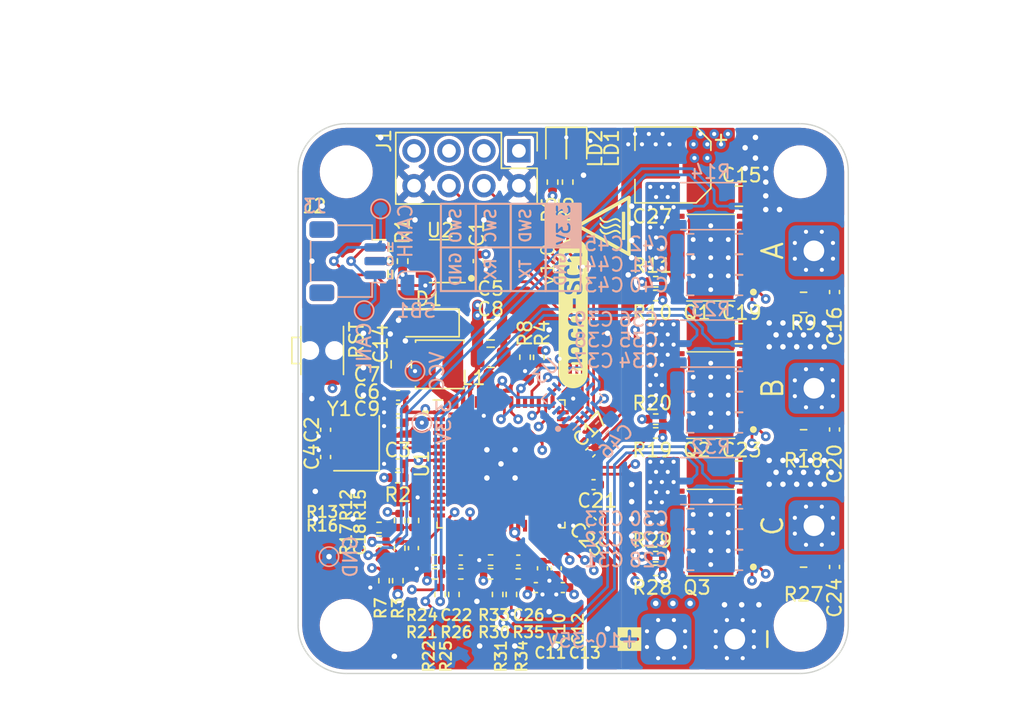
<source format=kicad_pcb>
(kicad_pcb (version 20221018) (generator pcbnew)
  (title_block (title "moco-SC1") (rev "1.0") (comment 1 "BLDC motor controller/driver") (comment 2 "STSPIN32G4 MCU/Gate driver and CSD88584Q5DC Dual N-MOSFET") (comment 3 "MIT license (Open source hardware)") (comment 4 "https://github.com/ziteh/moco"))
  (layers (0 "F.Cu" mixed) (1 "In1.Cu" power) (2 "In2.Cu" signal) (3 "In3.Cu" power) (4 "In4.Cu" power) (31 "B.Cu" mixed) (34 "B.Paste" user) (35 "F.Paste" user) (36 "B.SilkS" user "B.Silkscreen") (37 "F.SilkS" user "F.Silkscreen") (38 "B.Mask" user) (39 "F.Mask" user) (44 "Edge.Cuts" user))
  (net 0 "")
  (net 1 "VCC")
  (net 2 "GND")
  (net 6 "VBUS")
  (net 7 "/Power Stage/OUTA")
  (net 8 "Net-(U1C-BOOT1)")
  (net 13 "/OPAMP1_VOUT")
  (net 14 "/OPAMP1_VINM")
  (net 15 "+3.3V")
  (net 16 "/Power Stage/OUTB")
  (net 19 "Net-(U1D-BOOT2)")
  (net 20 "/OPAMP2_VOUT")
  (net 22 "/OPAMP2_VINM")
  (net 23 "/Power Stage/OUTC")
  (net 24 "Net-(U1E-BOOT3)")
  (net 25 "/OPAMP3_VOUT")
  (net 26 "/OPAMP3_VINM")
  (net 27 "/OSC_IN")
  (net 29 "/OSC_OUT")
  (net 30 "/~{RESET}")
  (net 31 "Net-(D1-K)")
  (net 32 "/CANH")
  (net 35 "/CANL")
  (net 36 "/SWDIO")
  (net 37 "/USART_RX")
  (net 38 "/SWCLK")
  (net 39 "/USART_TX")
  (net 40 "/SWO")
  (net 41 "Net-(LD1-A)")
  (net 42 "Net-(LD2-A)")
  (net 43 "/Power Stage/RSA+")
  (net 45 "/Power Stage/S2A")
  (net 46 "/Power Stage/RSA-")
  (net 47 "/Power Stage/RSB+")
  (net 48 "/Power Stage/S2B")
  (net 49 "/Power Stage/RSB-")
  (net 50 "/Power Stage/RSC+")
  (net 51 "/Power Stage/S2C")
  (net 53 "/Power Stage/RSC-")
  (net 55 "Net-(Q1-SH)")
  (net 56 "Net-(Q2-SH)")
  (net 57 "Net-(U1C-GHS1)")
  (net 58 "Net-(U1C-GLS1)")
  (net 59 "/OPAMP1_VINP")
  (net 60 "Net-(U1D-GHS2)")
  (net 61 "Net-(U1D-GLS2)")
  (net 62 "/OPAMP2_VINP")
  (net 63 "Net-(U1E-GHS3)")
  (net 64 "Net-(U1E-GLS3)")
  (net 65 "/OPAMP3_VINP")
  (net 66 "/SCREF")
  (net 67 "/V_{BUS}_SENSE")
  (net 68 "/USER_LED")
  (net 69 "/CAN_RX")
  (net 70 "/CAN_TX")
  (net 71 "/SPI_SCLK")
  (net 72 "/SPI_MISO")
  (net 73 "/SPI_MOSI")
  (net 74 "/SPI_~{CS}_RS")
  (net 75 "/Rotary Sensor/A")
  (net 76 "/Rotary Sensor/Z")
  (net 77 "/Rotary Sensor/B")
  (net 79 "Net-(Q1-GH)")
  (net 88 "Net-(Q1-GL)")
  (net 93 "Net-(Q2-GH)")
  (net 95 "Net-(Q2-GL)")
  (net 100 "Net-(C16-Pad2)")
  (net 101 "Net-(C20-Pad2)")
  (net 102 "Net-(C24-Pad2)")
  (net 103 "Net-(Q3-SH)")
  (net 104 "Net-(Q3-GH)")
  (net 106 "Net-(Q3-GL)")
  (net 111 "Net-(SB1-B)")
  (footprint "moco:wire_rectagnel_3.7mm_D1.5mm" (layer "F.Cu") (at 116.75 77.5 90)
    (fp_text reference "J4" hide)
    (fp_text value "V+" hide)
  )
  (footprint "Resistor_SMD:R_0402_1005Metric" (layer "F.Cu") (at 97.385 68.87 -90)
    (fp_text reference "R12")
    (fp_text value "24k" hide)
  )
  (footprint "moco:wire_rectagnel_3.7mm_D1.5mm" (layer "F.Cu") (at 127.5 49.25 90)
    (fp_text reference "J6" hide)
    (fp_text value "A" hide)
  )
  (footprint "LED_SMD:LED_0603_1608Metric" (layer "F.Cu") (at 108.75 41.75 -90)
    (fp_text reference "LD2")
    (fp_text value "Blue" hide)
  )
  (footprint "Capacitor_SMD:C_0805_2012Metric" (layer "F.Cu") (at 122.05 45.275 180)
    (fp_text reference "C15")
    (fp_text value "220nF/50V" hide)
  )
  (footprint "Capacitor_SMD:C_0402_1005Metric" (layer "F.Cu") (at 98.385 70.88 -90)
    (fp_text reference "C18")
    (fp_text value "1nF" hide)
  )
  (footprint "Resistor_SMD:R_0402_1005Metric" (layer "F.Cu") (at 99.9275 71.75 180)
    (fp_text reference "R24")
    (fp_text value "24k" hide)
  )
  (footprint "MountingHole:MountingHole_3.2mm_M3_ISO14580" (layer "F.Cu") (at 93.5 76.5 90)
    (fp_text reference "H4" hide)
    (fp_text value "MountingHole" hide)
  )
  (footprint "moco:wire_rectagnel_3.7mm_D1.5mm" (layer "F.Cu") (at 127.5 69.25)
    (fp_text reference "J8" hide)
    (fp_text value "C" hide)
  )
  (footprint "Resistor_SMD:R_0402_1005Metric" (layer "F.Cu") (at 104.5075 74.25 90)
    (fp_text reference "R31")
    (fp_text value "1.78k" hide)
  )
  (footprint "Capacitor_SMD:C_0805_2012Metric" (layer "F.Cu") (at 104 57)
    (fp_text reference "C8")
    (fp_text value "220nF/50V" hide)
  )
  (footprint "Connector_PinHeader_2.54mm:PinHeader_2x04_P2.54mm_Vertical" (layer "F.Cu") (at 106.05 41.975 -90)
    (fp_text reference "J1")
    (fp_text value "Debug" hide)
  )
  (footprint "Resistor_SMD:R_0402_1005Metric" (layer "F.Cu") (at 107.5 57 -90)
    (fp_text reference "R4")
    (fp_text value "22k" hide)
  )
  (footprint "Capacitor_SMD:C_0402_1005Metric" (layer "F.Cu") (at 109.2475 73.75)
    (fp_text reference "C13")
    (fp_text value "1uF" hide)
  )
  (footprint "Resistor_SMD:R_0402_1005Metric" (layer "F.Cu") (at 97.385 70.88 90)
    (fp_text reference "R17")
    (fp_text value "12k" hide)
  )
  (footprint "MountingHole:MountingHole_3.2mm_M3_ISO14580" (layer "F.Cu") (at 93.5 43.5 90)
    (fp_text reference "H3" hide)
    (fp_text value "MountingHole" hide)
  )
  (footprint "Resistor_SMD:R_0402_1005Metric" (layer "F.Cu") (at 106.5 56.99 -90)
    (fp_text reference "R8")
    (fp_text value "10k" hide)
  )
  (footprint "Capacitor_SMD:C_0402_1005Metric" (layer "F.Cu") (at 111.3394 69 135)
    (fp_text reference "C25")
    (fp_text value "100nF/50V" hide)
  )
  (footprint "Capacitor_SMD:C_0402_1005Metric" (layer "F.Cu") (at 107.7675 72.35 90)
    (fp_text reference "C10")
    (fp_text value "100nF" hide)
  )
  (footprint "Resistor_SMD:R_0402_1005Metric" (layer "F.Cu") (at 103.9975 72.75)
    (fp_text reference "R30")
    (fp_text value "24k" hide)
  )
  (footprint "Capacitor_SMD:C_0805_2012Metric" (layer "F.Cu") (at 97.5 57.5125 90)
    (fp_text reference "C14")
    (fp_text value "10uF" hide)
  )
  (footprint "Resistor_SMD:R_0402_1005Metric" (layer "F.Cu") (at 109.6 44.25 90)
    (fp_text reference "R5")
    (fp_text value "1k" hide)
  )
  (footprint "Capacitor_SMD:C_0402_1005Metric" (layer "F.Cu") (at 97.25 64.75 180)
    (fp_text reference "C3")
    (fp_text value "100nF" hide)
  )
  (footprint "Capacitor_SMD:C_0402_1005Metric" (layer "F.Cu") (at 129 72.25 -90)
    (fp_text reference "C24")
    (fp_text value "4.7nF/50V" hide)
  )
  (footprint "Resistor_SMD:R_0402_1005Metric" (layer "F.Cu") (at 116 51.5)
    (fp_text reference "R11")
    (fp_text value "10R" hide)
  )
  (footprint "Button_Switch_SMD:SW_SPST_EVQP7C" (layer "F.Cu") (at 91.75 56.5 -90)
    (fp_text reference "SW1" hide)
    (fp_text value "RESET" hide)
  )
  (footprint "Resistor_SMD:R_0402_1005Metric_Pad0.72x0.64mm_HandSolder" (layer "F.Cu") (at 97.6 50 90)
    (fp_text reference "R1")
    (fp_text value "120R" hide)
  )
  (footprint "Capacitor_SMD:C_0805_2012Metric" (layer "F.Cu") (at 104 55)
    (fp_text reference "C5")
    (fp_text value "10uF/50V" hide)
  )
  (footprint "Resistor_SMD:R_0805_2012Metric" (layer "F.Cu") (at 126.75 63 180)
    (fp_text reference "R18")
    (fp_text value "2.2R/125mW" hide)
  )
  (footprint "MountingHole:MountingHole_3.2mm_M3_ISO14580" (layer "F.Cu") (at 126.5 76.5 90)
    (fp_text reference "H1" hide)
    (fp_text value "MountingHole" hide)
  )
  (footprint "Resistor_SMD:R_0402_1005Metric" (layer "F.Cu") (at 95.885 70.38)
    (fp_text reference "R16")
    (fp_text value "1.78k" hide)
  )
  (footprint "Capacitor_SMD:C_0402_1005Metric" (layer "F.Cu") (at 101.8275 71.75)
    (fp_text reference "C22")
    (fp_text value "1nF" hide)
  )
  (footprint "Resistor_SMD:R_0402_1005Metric" (layer "F.Cu") (at 105.5075 74.25 90)
    (fp_text reference "R34")
    (fp_text value "1.78k" hide)
  )
  (footprint "Resistor_SMD:R_0402_1005Metric" (layer "F.Cu") (at 101.3275 74.25 90)
    (fp_text reference "R25")
    (fp_text value "1.78k" hide)
  )
  (footprint "Capacitor_SMD:C_0402_1005Metric" (layer "F.Cu") (at 129 62.25 -90)
    (fp_text reference "C20")
    (fp_text value "4.7nF/50V" hide)
  )
  (footprint "Resistor_SMD:R_0402_1005Metric" (layer "F.Cu") (at 106.0075 72.75 180)
    (fp_text reference "R35")
    (fp_text value "12k" hide)
  )
  (footprint "Resistor_SMD:R_0402_1005Metric" (layer "F.Cu") (at 116 71.5)
    (fp_text reference "R29")
    (fp_text value "10R" hide)
  )
  (footprint "moco:VSON-CLIP-22_5x6mm (DMM0022A)_Alt1" (layer "F.Cu") (at 120 49.75 180)
    (fp_text reference "Q1")
    (fp_text value "CSD88584Q5DC" hide)
  )
  (footprint "moco:VSON-CLIP-22_5x6mm (DMM0022A)_Alt1" (layer "F.Cu") (at 120 59.75 180)
    (fp_text reference "Q2")
    (fp_text value "CSD88584Q5DC" hide)
  )
  (footprint "Resistor_SMD:R_0402_1005Metric" (layer "F.Cu") (at 97.25 73.25 -90)
    (fp_text reference "R3")
    (fp_text value "100k" hide)
  )
  (footprint "Capacitor_SMD:CP_Elec_5x5.8" (layer "F.Cu") (at 117.25 43 180)
    (fp_text reference "C27")
    (fp_text value "22uF/50V" hide)
  )
  (footprint "Capacitor_SMD:C_0402_1005Metric" (layer "F.Cu") (at 97.27 61.7625)
    (fp_text reference "C9")
    (fp_text value "100nF" hide)
  )
  (footprint "Capacitor_SMD:C_0402_1005Metric" (layer "F.Cu") (at 107.2875 73.75 180)
    (fp_text reference "C11")
    (fp_text value "1uF" hide)
  )
  (footprint "Package_TO_SOT_SMD:SOT-23-8" (layer "F.Cu") (at 100.35 50 180)
    (fp_text reference "U2")
    (fp_text value "TCAN337" hide)
  )
  (footprint "Resistor_SMD:R_0402_1005Metric" (layer "F.Cu") (at 100.3275 74.25 90)
    (fp_text reference "R22")
    (fp_text value "1.78k" hide)
  )
  (footprint "moco:wire_rectagnel_3.7mm_D1.5mm" (layer "F.Cu") (at 127.5 59.25)
    (fp_text reference "J7" hide)
    (fp_text value "B" hide)
  )
  (footprint "Capacitor_SMD:C_0402_1005Metric" (layer "F.Cu") (at 92 62.27 90)
    (fp_text reference "C2")
    (fp_text value "6.8pF" hide)
  )
  (footprint "Capacitor_SMD:C_0805_2012Metric" (layer "F.Cu") (at 122.05 65.275 180)
    (fp_text reference "C23")
    (fp_text value "220nF/50V" hide)
  )
  (footprint "moco:wire_circ_3.7mm_D1.5mm" (layer "F.Cu") (at 121.75 77.5)
    (fp_text reference "J5" hide)
    (fp_text value "V-" hide)
  )
  (footprint "Capacitor_SMD:C_0402_1005Metric" (layer "F.Cu") (at 111.25 63.9125 -135)
    (fp_text reference "C17")
    (fp_text value "100nF/50V" hide)
  )
  (footprint "moco:VSON-CLIP-22_5x6mm (DMM0022A)_Alt1" (layer "F.Cu") (at 120 69.75 180)
    (fp_text reference "Q3")
    (fp_text value "CSD88584Q5DC" hide)
  )
  (footprint "Resistor_SMD:R_0402_1005Metric" (layer "F.Cu") (at 108.5 44.25 90)
    (fp_text reference "R6")
    (fp_text value "10k" hide)
  )
  (footprint "Resistor_SMD:R_0402_1005Metric" (layer "F.Cu") (at 116 62.5)
    (fp_text reference "R19")
    (fp_text value "10R" hide)
  )
  (footprint "Resistor_SMD:R_0402_1005Metric" (layer "F.Cu") (at 116 72.5)
    (fp_text reference "R28")
    (fp_text value "10R" hide)
  )
  (footprint "Resistor_SMD:R_0402_1005Metric" (layer "F.Cu") (at 96.25 73.25 90)
    (fp_text reference "R7")
    (fp_text value "10k" hide)
  )
  (footprint "Capacitor_SMD:C_0402_1005Metric" (layer "F.Cu") (at 108.7675 72.35 90)
    (fp_text reference "C12")
    (fp_text value "100nF" hide)
  )
  (footprint "Resistor_SMD:R_0402_1005Metric" (layer "F.Cu") (at 116 61.5)
    (fp_text reference "R20")
    (fp_text value "10R" hide)
  )
  (footprint "Inductor_SMD:L_Sunlord_SWPA3012S" (layer "F.Cu") (at 100.3 57.5125 180)
    (fp_text reference "L1")
    (fp_text value "18uH" hide)
  )
  (footprint "Crystal:Crystal_SMD_3225-4Pin_3.2x2.5mm" (layer "F.Cu") (at 94.25 63.25 90)
    (fp_text reference "Y1")
    (fp_text value "16MHz" hide)
  )
  (footprint "kibuzzard-64C58EFF" (layer "F.Cu") (at 110 53.8 90)
    (fp_text reference "kibuzzard-64C58EFF" hide)
    (fp_text value "G***" hide)
  )
  (footprint "Capacitor_SMD:C_0402_1005Metric" (layer "F.Cu") (at 103.1 50 90)
    (fp_text reference "C1")
    (fp_text value "100nF" hide)
  )
  (footprint "Capacitor_SMD:C_0402_1005Metric" (layer "F.Cu") (at 111.48 66.2625 180)
    (fp_text reference "C21")
    (fp_text value "100nF/50V" hide)
  )
  (footprint "Capacitor_SMD:C_0402_1005Metric" (layer "F.Cu") (at 97.27 60.7625)
    (fp_text reference "C6")
    (fp_text value "100nF" hide)
  )
  (footprint "Capacitor_SMD:C_0402_1005Metric" (layer "F.Cu") (at 97.27 59.7625)
    (fp_text reference "C7")
    (fp_text value "10uF" hide)
  )
  (footprint "Diode_SMD:D_SOD-123F" (layer "F.Cu") (at 99.5 54.5 180)
    (fp_text reference "D1")
    (fp_text value "STPS0560Z" hide)
  )
  (footprint "Capacitor_SMD:C_0402_1005Metric" (layer "F.Cu") (at 106.0075 71.75)
    (fp_text reference "C26")
    (fp_text value "1nF" hide)
  )
  (footprint "Resistor_SMD:R_0805_2012Metric" (layer "F.Cu") (at 126.75 73 180)
    (fp_text reference "R27")
    (fp_text value "2.2R/125mW" hide)
  )
  (footprint "moco:VFQFPN 9X9X1.0 64 PITCH 0.5" (layer "F.Cu") (at 104.75 64.75)
    (fp_text reference "U1")
    (fp_text value "STSPIN32G4" hide)
  )
  (footprint "Connector_JST:JST_SH_SM03B-SRSS-TB_1x03-1MP_P1.00mm_Horizontal" (layer "F.Cu") (at 93.6 50 -90)
    (fp_text reference "J2")
    (fp_text value "CAN" hide)
  )
  (footprint "Resistor_SMD:R_0402_1005Metric" (layer "F.Cu") (at 103.9975 71.75 180)
    (fp_text reference "R33")
    (fp_text value "24k" hide)
  )
  (footprint "Resistor_SMD:R_0402_1005Metric" (layer "F.Cu") (at 97.25 65.75 180)
    (fp_text reference "R2")
    (fp_text value "10k" hide)
  )
  (footprint "Resistor_SMD:R_0402_1005Metric" (layer "F.Cu") (at 99.9275 72.75)
    (fp_text reference "R21")
    (fp_text value "24k" hide)
  )
  (footprint "Resistor_SMD:R_0402_1005Metric" (layer "F.Cu") (at 101.8275 72.75 180)
    (fp_text reference "R26")
    (fp_text value "12k" hide)
  )
  (footprint "Capacitor_SMD:C_0805_2012Metric" (layer "F.Cu") (at 122.05 55.275 180)
    (fp_text reference "C19")
    (fp_text value "220nF/50V" hide)
  )
  (footprint "Resistor_SMD:R_0402_1005Metric" (layer "F.Cu") (at 116 52.5)
    (fp_text reference "R10")
    (fp_text value "10R" hide)
  )
  (footprint "Resistor_SMD:R_0402_1005Metric" (layer "F.Cu") (at 95.885 69.38)
    (fp_text reference "R13")
    (fp_text value "1.78k" hide)
  )
  (footprint "Capacitor_SMD:C_0402_1005Metric" (layer "F.Cu") (at 92 64.25 -90)
    (fp_text reference "C4")
    (fp_text value "6.8pF" hide)
  )
  (footprint "MountingHole:MountingHole_3.2mm_M3_ISO14580" (layer "F.Cu") (at 126.5 43.5 90)
    (fp_text reference "H2" hide)
    (fp_text value "MountingHole" hide)
  )
  (footprint "Resistor_SMD:R_0402_1005Metric" (layer "F.Cu") (at 98.385 68.87 90)
    (fp_text reference "R15")
    (fp_text value "24k" hide)
  )
  (footprint "Resistor_SMD:R_0805_2012Metric" (layer "F.Cu") (at 126.75 53 180)
    (fp_text reference "R9")
    (fp_text value "2.2R/125mW" hide)
  )
  (footprint "LED_SMD:LED_0603_1608Metric" (layer "F.Cu") (at 110.25 41.75 -90)
    (fp_text reference "LD1")
    (fp_text value "Red" hide)
  )
  (footprint "Capacitor_SMD:C_0402_1005Metric" (layer "F.Cu") (at 129 52.25 -90)
    (fp_text reference "C16")
    (fp_text value "4.7nF/50V" hide)
  )
  (footprint "Capacitor_SMD:C_0805_2012Metric" (layer "B.Cu") (at 118.5 48.75 180)
    (fp_text reference "C45")
    (fp_text value "10uF/50V" hide)
  )
  (footprint "Capacitor_SMD:C_0805_2012Metric" (layer "B.Cu") (at 118.5 71.75 180)
    (fp_text reference "C31")
    (fp_text value "10uF/50V" hide)
  )
  (footprint "Capacitor_SMD:C_0805_2012Metric" (layer "B.Cu") (at 118.5 70.25 180)
    (fp_text reference "C32")
    (fp_text value "10uF/50V" hide)
  )
  (footprint "TestPoint:TestPoint_Pad_D1.0mm" (layer "B.Cu") (at 98.5 58 180)
    (fp_text reference "TP4" hide)
    (fp_text value "VCC")
  )
  (footprint "TestPoint:TestPoint_Pad_D1.0mm" (layer "B.Cu") (at 99 61.75 180)
    (fp_text reference "TP3" hide)
    (fp_text value "3.3V")
  )
  (footprint "Capacitor_SMD:C_0805_2012Metric" (layer "B.Cu") (at 122.05 58.75)
    (fp_text reference "C36")
    (fp_text value "10uF/50V" hide)
  )
  (footprint "Package_DFN_QFN:QFN-16-1EP_3x3mm_P0.5mm_EP1.75x1.75mm" (layer "B.Cu") (at 110 60 45)
    (fp_text reference "U3")
    (fp_text value "MA702" hide)
  )
  (footprint "Capacitor_SMD:C_0805_2012Metric" (layer "B.Cu") (at 118.5 58.75 180)
    (fp_text reference "C39")
    (fp_text value "10uF/50V" hide)
  )
  (footprint "NetTie:NetTie-2_SMD_Pad0.5mm" (layer "B.Cu") (at 118 46 180)
    (fp_text reference "NT1" hide)
    (fp_text value "NetTie_2" hide)
  )
  (footprint "Capacitor_SMD:C_0805_2012Metric" (layer "B.Cu") (at 122.05 61.75)
    (fp_text reference "C34")
    (fp_text value "10uF/50V" hide)
  )
  (footprint "Capacitor_SMD:C_0805_2012Metric" (layer "B.Cu") (at 122.05 51.75)
    (fp_text reference "C40")
    (fp_text value "10uF/50V" hide)
  )
  (footprint "NetTie:NetTie-2_SMD_Pad0.5mm" (layer "B.Cu") (at 122.1375 56)
    (fp_text reference "NT4" hide)
    (fp_text value "NetTie_2" hide)
  )
  (footprint "Capacitor_SMD:C_0805_2012Metric" (layer "B.Cu") (at 122.05 50.25)
    (fp_text reference "C41")
    (fp_text value "10uF/50V" hide)
  )
  (footprint "Capacitor_SMD:C_0805_2012Metric" (layer "B.Cu") (at 118.5 68.75 180)
    (fp_text reference "C33")
    (fp_text value "10uF/50V" hide)
  )
  (footprint "Capacitor_SMD:C_0805_2012Metric" (layer "B.Cu") (at 122.05 48.75)
    (fp_text reference "C42")
    (fp_text value "10uF/50V" hide)
  )
  (footprint "Capacitor_SMD:C_0805_2012Metric" (layer "B.Cu") (at 122.05 68.75)
    (fp_text reference "C30")
    (fp_text value "10uF/50V" hide)
  )
  (footprint "NetTie:NetTie-2_SMD_Pad0.5mm" (layer "B.Cu") (at 122 46)
    (fp_text reference "NT2" hide)
    (fp_text value "NetTie_2" hide)
  )
  (footprint "Capacitor_SMD:C_0805_2012Metric" (layer "B.Cu") (at 118.5 51.75 180)
    (fp_text reference "C43")
    (fp_text value "10uF/50V" hide)
  )
  (footprint "TestPoint:TestPoint_Pad_D1.0mm" (layer "B.Cu") (at 96 46.2 180)
    (fp_text reference "TP1" hide)
    (fp_text value "CANH")
  )
  (footprint "Capacitor_SMD:C_0805_2012Metric" (layer "B.Cu") (at 122.05 60.25)
    (fp_text reference "C35")
    (fp_text value "10uF/50V" hide)
  )
  (footprint "Capacitor_SMD:C_0805_2012Metric" (layer "B.Cu") (at 122.05 71.75)
    (fp_text reference "C28")
    (fp_text value "10uF/50V" hide)
  )
  (footprint "Capacitor_SMD:C_0603_1608Metric_Pad1.08x0.95mm_HandSolder" (layer "B.Cu") (at 112.1 62.1 45)
    (fp_text reference "C46")
    (fp_text value "1uF")
  )
  (footprint "NetTie:NetTie-2_SMD_Pad0.5mm" (layer "B.Cu") (at 117.8875 56 180)
    (fp_text reference "NT3" hide)
    (fp_text value "NetTie_2" hide)
  )
  (footprint "TestPoint:TestPoint_Pad_D1.0mm" (layer "B.Cu") (at 94.8 53.6 180)
    (fp_text reference "TP2" hide)
    (fp_text value "CANL")
  )
  (footprint "Resistor_SMD:R_2512_6332Metric" (layer "B.Cu") (at 120 66)
    (fp_text reference "R32")
    (fp_text value "20mΩ/3W" hide)
  )
  (footprint "Capacitor_SMD:C_0805_2012Metric" (layer "B.Cu") (at 118.5 61.75 180)
    (fp_text reference "C37")
    (fp_text value "10uF/50V" hide)
  )
  (footprint "Capacitor_SMD:C_0805_2012Metric" (layer "B.Cu") (at 122.05 70.25)
    (fp_text reference "C29")
    (fp_text value "10uF/50V" hide)
  )
  (footprint "Jumper:SolderJumper-2_P1.3mm_Open_RoundedPad1.0x1.5mm" (layer "B.Cu") (at 98.6 51.75 180)
    (fp_text reference "SB1")
    (fp_text value "SolderJumper_2_Open" hide)
  )
  (footprint "Resistor_SMD:R_2512_6332Metric" (layer "B.Cu") (at 120 46)
    (fp_text reference "R14")
    (fp_text value "20mΩ/3W" hide)
  )
  (footprint "Connector_JST:JST_SH_SM03B-SRSS-TB_1x03-1MP_P1.00mm_Horizontal" (layer "B.Cu") (at 93.6 50 90)
    (fp_text reference "J3")
    (fp_text value "CAN" hide)
  )
  (footprint "Resistor_SMD:R_2512_6332Metric" (layer "B.Cu") (at 120 56)
    (fp_text reference "R23")
    (fp_text value "20mΩ/3W" hide)
  )
  (footprint "Capacitor_SMD:C_0805_2012Metric" (layer "B.Cu") (at 118.5 50.25 180)
    (fp_text reference "C44")
    (fp_text value "10uF/50V" hide)
  )
  (footprint "NetTie:NetTie-2_SMD_Pad0.5mm" (layer "B.Cu") (at 118 66 180)
    (fp_text reference "NT5" hide)
    (fp_text value "NetTie_2" hide)
  )
  (footprint "Capacitor_SMD:C_0805_2012Metric" (layer "B.Cu") (at 118.5 60.25 180)
    (fp_text reference "C38")
    (fp_text value "10uF/50V" hide)
  )
  (footprint "TestPoint:TestPoint_Pad_D1.0mm" (layer "B.Cu") (at 92.25 71.5 180)
    (fp_text reference "TP5" hide)
    (fp_text value "GND" hide)
  )
  (footprint "NetTie:NetTie-2_SMD_Pad0.5mm" (layer "B.Cu") (at 122.0375 66)
    (fp_text reference "NT6" hide)
    (fp_text value "NetTie_2" hide)
  )
  (gr_poly (pts (xy 99.357035 78.041232) (xy 99.35711 78.042239) (xy 99.357233 78.043241) (xy 99.357404 78.044237) (xy 99.35762 78.045225) (xy 99.357881 78.046203) (xy 99.358185 78.047171) (xy 99.358532 78.048125) (xy 99.358919 78.049066) (xy 99.359347 78.049992) (xy 99.359812 78.0509) (xy 99.360315 78.051791) (xy 99.360854 78.052661) (xy 99.361428 78.05351) (xy 99.362036 78.054335) (xy 99.362675 78.055137) (xy 99.363346 78.055913) (xy 99.364047 78.056661) (xy 99.364776 78.05738) (xy 99.365533 78.058069) (xy 99.366316 78.058726) (xy 99.367123 78.05935) (xy 99.367955 78.059939) (xy 99.368808 78.060491) (xy 99.369683 78.061006) (xy 99.370578 78.061482) (xy 99.371492 78.061916) (xy 99.372423 78.062309) (xy 99.373371 78.062657) (xy 99.374333 78.06296) (xy 99.375309 78.063217) (xy 99.376298 78.063425) (xy 99.826169 78.147166) (xy 99.827166 78.147377) (xy 99.828166 78.147634) (xy 99.83017 78.148278) (xy 99.832168 78.149086) (xy 99.834146 78.150047) (xy 99.836092 78.151149) (xy 99.837992 78.152382) (xy 99.839834 78.153733) (xy 99.841604 78.155193) (xy 99.84329 78.156748) (xy 99.844878 78.158389) (xy 99.846355 78.160104) (xy 99.847708 78.161881) (xy 99.848925 78.16371) (xy 99.849991 78.165579) (xy 99.850464 78.166524) (xy 99.850895 78.167476) (xy 99.851281 78.168432) (xy 99.851622 78.169391) (xy 99.97505 78.47091) (xy 99.975875 78.472783) (xy 99.976564 78.47477) (xy 99.977118 78.476852) (xy 99.977538 78.479013) (xy 99.977827 78.481235) (xy 99.977984 78.4835) (xy 99.978012 78.485791) (xy 99.977911 78.488091) (xy 99.977683 78.490382) (xy 99.977328 78.492646) (xy 99.976848 78.494866) (xy 99.976245 78.497025) (xy 99.975518 78.499105) (xy 99.974671 78.501089) (xy 99.973703 78.502959) (xy 99.972616 78.504697) (xy 99.7147 78.880538) (xy 99.714149 78.881384) (xy 99.71364 78.882256) (xy 99.713174 78.883151) (xy 99.712751 78.884067) (xy 99.71237 78.885002) (xy 99.712032 78.885955) (xy 99.711735 78.886923) (xy 99.711481 78.887905) (xy 99.711268 78.888899) (xy 99.711096 78.889902) (xy 99.710877 78.89193) (xy 99.710822 78.893974) (xy 99.71093 78.896019) (xy 99.711199 78.89805) (xy 99.711627 78.90005) (xy 99.712215 78.902005) (xy 99.712567 78.902961) (xy 99.712959 78.9039) (xy 99.713389 78.90482) (xy 99.713859 78.905719) (xy 99.714367 78.906595) (xy 99.714913 78.907447) (xy 99.715497 78.908272) (xy 99.71612 78.909068) (xy 99.71678 78.909834) (xy 99.717478 78.910568) (xy 100.033999 79.227089) (xy 100.034733 79.227787) (xy 100.035499 79.228447) (xy 100.036296 79.229069) (xy 100.037122 79.229652) (xy 100.037974 79.230198) (xy 100.038851 79.230704) (xy 100.040671 79.231601) (xy 100.042568 79.232342) (xy 100.044526 79.232926) (xy 100.046529 79.233352) (xy 100.048561 79.233618) (xy 100.050609 79.233723) (xy 100.052655 79.233667) (xy 100.054686 79.233448) (xy 100.056684 79.233064) (xy 100.058636 79.232516) (xy 100.05959 79.232179) (xy 100.060526 79.231801) (xy 100.061442 79.231381) (xy 100.062337 79.230918) (xy 100.063209 79.230414) (xy 100.064056 79.229867) (xy 100.433414 78.976449) (xy 100.43516 78.975359) (xy 100.437033 78.974392) (xy 100.439016 78.973548) (xy 100.441091 78.972829) (xy 100.443242 78.972236) (xy 100.445452 78.97177) (xy 100.447704 78.971432) (xy 100.449981 78.971223) (xy 100.452265 78.971145) (xy 100.45454 78.971198) (xy 100.456789 78.971383) (xy 100.458994 78.971701) (xy 100.461139 78.972154) (xy 100.463207 78.972743) (xy 100.465181 78.973469) (xy 100.467043 78.974332) (xy 100.778087 79.107656) (xy 100.779997 79.108417) (xy 100.781889 79.109354) (xy 100.783753 79.110451) (xy 100.785577 79.111697) (xy 100.787349 79.113078) (xy 100.789059 79.114581) (xy 100.790695 79.116192) (xy 100.792246 79.117899) (xy 100.7937 79.119688) (xy 100.795046 79.121546) (xy 100.796274 79.123459) (xy 100.797371 79.125415) (xy 100.798327 79.127401) (xy 100.79913 79.129402) (xy 100.799769 79.131406) (xy 100.800233 79.1334) (xy 100.881116 79.568348) (xy 100.881329 79.569335) (xy 100.881589 79.570309) (xy 100.881897 79.571269) (xy 100.882249 79.572215) (xy 100.882644 79.573144) (xy 100.883081 79.574056) (xy 100.883559 79.574949) (xy 100.884076 79.575822) (xy 100.885221 79.577505) (xy 100.886505 79.579092) (xy 100.887915 79.580576) (xy 100.88944 79.581945) (xy 100.891069 79.583189) (xy 100.892789 79.5843) (xy 100.894588 79.585266) (xy 100.895514 79.585692) (xy 100.896456 79.586078) (xy 100.897412 79.586423) (xy 100.89838 79.586725) (xy 100.89936 79.586984) (xy 100.900349 79.587199) (xy 100.901346 79.587367) (xy 100.90235 79.587488) (xy 100.903359 79.587561) (xy 100.904372 79.587584) (xy 101.352021 79.587531) (xy 101.353032 79.587505) (xy 101.35404 79.58743) (xy 101.355043 79.587307) (xy 101.356039 79.587136) (xy 101.357028 79.586919) (xy 101.358008 79.586658) (xy 101.358977 79.586353) (xy 101.359933 79.586005) (xy 101.360876 79.585617) (xy 101.361803 79.585189) (xy 101.362714 79.584722) (xy 101.363606 79.584218) (xy 101.364478 79.583679) (xy 101.365329 79.583104) (xy 101.366157 79.582496) (xy 101.36696 79.581855) (xy 101.367737 79.581184) (xy 101.368487 79.580483) (xy 101.369208 79.579753) (xy 101.369899 79.578996) (xy 101.370557 79.578214) (xy 101.371182 79.577406) (xy 101.371772 79.576575) (xy 101.372325 79.575721) (xy 101.37284 79.574847) (xy 101.373315 79.573953) (xy 101.37375 79.57304) (xy 101.374141 79.57211) (xy 101.374489 79.571164) (xy 101.374791 79.570203) (xy 101.375045 79.569229) (xy 101.375251 79.568243) (xy 101.454203 79.143983) (xy 101.454408 79.142984) (xy 101.454659 79.141984) (xy 101.454955 79.140982) (xy 101.455294 79.139982) (xy 101.456097 79.13799) (xy 101.457056 79.136022) (xy 101.458159 79.13409) (xy 101.459395 79.132206) (xy 101.460753 79.130383) (xy 101.46222 79.128634) (xy 101.463785 79.126971) (xy 101.465437 79.125408) (xy 101.467163 79.123957) (xy 101.468952 79.12263) (xy 101.470793 79.12144) (xy 101.472673 79.1204) (xy 101.474582 79.119523) (xy 101.475543 79.119149) (xy 101.476507 79.118821) (xy 101.807369 78.986371) (xy 101.809251 78.985552) (xy 101.811244 78.984868) (xy 101.813331 78.98432) (xy 101.815494 78.983906) (xy 101.817717 78.983623) (xy 101.819982 78.983472) (xy 101.822272 78.98345) (xy 101.82457 78.983556) (xy 101.826858 78.983789) (xy 101.829119 78.984148) (xy 101.831336 78.984631) (xy 101.833492 78.985236) (xy 101.835569 78.985963) (xy 101.83755 78.98681) (xy 101.839418 78.987775) (xy 101.841156 78.988858) (xy 102.192338 79.229867) (xy 102.193184 79.230418) (xy 102.194057 79.230927) (xy 102.194952 79.231392) (xy 102.195869 79.231816) (xy 102.196806 79.232196) (xy 102.19776 79.232535) (xy 102.19873 79.232832) (xy 102.199713 79.233086) (xy 102.200709 79.233299) (xy 102.201714 79.233471) (xy 102.203747 79.23369) (xy 102.205796 79.233745) (xy 102.207846 79.233637) (xy 102.209881 79.233368) (xy 102.211886 79.232939) (xy 102.213846 79.232352) (xy 102.214804 79.232) (xy 102.215745 79.231608) (xy 102.216666 79.231177) (xy 102.217567 79.230708) (xy 102.218445 79.2302) (xy 102.219297 79.229654) (xy 102.220123 79.22907) (xy 102.220921 79.228447) (xy 102.221687 79.227787) (xy 102.222421 79.227089) (xy 102.538942 78.910515) (xy 102.539635 78.909786) (xy 102.540291 78.909024) (xy 102.540909 78.908231) (xy 102.54149 78.907409) (xy 102.542033 78.90656) (xy 102.542537 78.905685) (xy 102.543431 78.903869) (xy 102.544171 78.901975) (xy 102.544755 78.90002) (xy 102.545182 78.898018) (xy 102.545451 78.895986) (xy 102.545559 78.893938) (xy 102.545506 78.891891) (xy 102.54529 78.889859) (xy 102.54491 78.887859) (xy 102.544364 78.885906) (xy 102.544029 78.884952) (xy 102.543652 78.884016) (xy 102.543232 78.883099) (xy 102.542771 78.882203) (xy 102.542267 78.881331) (xy 102.54172 78.880485) (xy 102.304944 78.535494) (xy 102.303865 78.53376) (xy 102.302918 78.531903) (xy 102.302105 78.529939) (xy 102.301425 78.527886) (xy 102.30088 78.52576) (xy 102.300468 78.523579) (xy 102.300192 78.521359) (xy 102.30005 78.519117) (xy 102.300043 78.51687) (xy 102.300172 78.514635) (xy 102.300436 78.512428) (xy 102.300837 78.510268) (xy 102.301374 78.50817) (xy 102.302048 78.506152) (xy 102.302859 78.50423) (xy 102.303807 78.502421) (xy 102.385034 78.350286) (xy 102.385466 78.349376) (xy 102.385847 78.348459) (xy 102.386175 78.347536) (xy 102.386453 78.346608) (xy 102.386679 78.345678) (xy 102.386856 78.344746) (xy 102.386984 78.343815) (xy 102.387063 78.342885) (xy 102.387093 78.34196) (xy 102.387076 78.341039) (xy 102.387012 78.340125) (xy 102.386902 78.339219) (xy 102.386745 78.338323) (xy 102.386543 78.337439) (xy 102.386297 78.336567) (xy 102.386006 78.335711) (xy 102.385672 78.33487) (xy 102.385295 78.334047) (xy 102.384875 78.333244) (xy 102.384414 78.332461) (xy 102.383911 78.331702) (xy 102.383368 78.330966) (xy 102.382784 78.330256) (xy 102.382161 78.329573) (xy 102.3815 78.328919) (xy 102.3808 78.328295) (xy 102.380062 78.327704) (xy 102.379287 78.327146) (xy 102.378475 78.326624) (xy 102.377627 78.326138) (xy 102.376744 78.32569) (xy 102.375826 78.325283) (xy 101.617848 78.011619) (xy 101.616905 78.011256) (xy 101.615948 78.010942) (xy 101.614978 78.010675) (xy 101.613998 78.010454) (xy 101.613008 78.01028) (xy 101.612012 78.010152) (xy 101.61101 78.010068) (xy 101.610005 78.010029) (xy 101.608998 78.010034) (xy 101.607991 78.010082) (xy 101.606986 78.010172) (xy 101.605985 78.010305) (xy 101.604989 78.010479) (xy 101.604 78.010693) (xy 101.603021 78.010948) (xy 101.602052 78.011242) (xy 101.601097 78.011575) (xy 101.600155 78.011947) (xy 101.59923 78.012356) (xy 101.598324 78.012802) (xy 101.597437 78.013285) (xy 101.596571 78.013803) (xy 101.59573 78.014357) (xy 101.594914 78.014945) (xy 101.594124 78.015568) (xy 101.593364 78.016224) (xy 101.592635 78.016912) (xy 101.591938 78.017633) (xy 101.591275 78.018386) (xy 101.590648 78.019169) (xy 101.59006 78.019983) (xy 101.589511 78.020827) (xy 101.566201 78.0589) (xy 101.564456 78.061641) (xy 101.562464 78.064566) (xy 101.560269 78.067622) (xy 101.557913 78.070754) (xy 101.555441 78.073904) (xy 101.552896 78.07702) (xy 101.550321 78.080045) (xy 101.54776 78.082924) (xy 101.530508 78.108128) (xy 101.511777 78.132182) (xy 101.491632 78.15502) (xy 101.470138 78.176576) (xy 101.44736 78.196785) (xy 101.423364 78.215581) (xy 101.398214 78.232899) (xy 101.371977 78.248673) (xy 101.344718 78.262836) (xy 101.316501 78.275325) (xy 101.287392 78.286072) (xy 101.257456 78.295012) (xy 101.226759 78.30208) (xy 101.195365 78.30721) (xy 101.16334 78.310336) (xy 101.13075 78.311392) (xy 101.105274 78.310748) (xy 101.080132 78.308836) (xy 101.055356 78.305688) (xy 101.030976 78.301335) (xy 101.007025 78.295807) (xy 100.983532 78.289136) (xy 100.960529 78.281353) (xy 100.938048 78.272489) (xy 100.916118 78.262575) (xy 100.894772 78.251643) (xy 100.87404 78.239723) (xy 100.853954 78.226846) (xy 100.834545 78.213044) (xy 100.815843 78.198348) (xy 100.79788 78.182789) (xy 100.780687 78.166397) (xy 100.764295 78.149205) (xy 100.748735 78.131243) (xy 100.734038 78.112542) (xy 100.720236 78.093133) (xy 100.707359 78.073048) (xy 100.695439 78.052317) (xy 100.684506 78.030972) (xy 100.674592 78.009044) (xy 100.665728 77.986564) (xy 100.657945 77.963563) (xy 100.651274 77.940072) (xy 100.645746 77.916122) (xy 100.641392 77.891744) (xy 100.638244 77.86697) (xy 100.636332 77.841831) (xy 100.635688 77.816357) (xy 100.636332 77.790883) (xy 100.638244 77.765743) (xy 100.641392 77.740969) (xy 100.645746 77.716591) (xy 100.651274 77.69264) (xy 100.657945 77.669148) (xy 100.665728 77.646146) (xy 100.674592 77.623665) (xy 100.684506 77.601736) (xy 100.695439 77.58039) (xy 100.707359 77.559659) (xy 100.720236 77.539572) (xy 100.734038 77.520162) (xy 100.748735 77.50146) (xy 100.764295 77.483497) (xy 100.780687 77.466303) (xy 100.79788 77.44991) (xy 100.815843 77.43435) (xy 100.834545 77.419652) (xy 100.853954 77.405849) (xy 100.87404 77.392972) (xy 100.894772 77.381051) (xy 100.916118 77.370117) (xy 100.938048 77.360202) (xy 100.960529 77.351338) (xy 100.983532 77.343554) (xy 101.007025 77.336882) (xy 101.030976 77.331354) (xy 101.055356 77.327) (xy 101.080132 77.323851) (xy 101.105274 77.321939) (xy 101.13075 77.321295) (xy 101.147112 77.321561) (xy 101.16334 77.322352) (xy 101.179428 77.323661) (xy 101.195365 77.325479) (xy 101.211145 77.327798) (xy 101.226759 77.33061) (xy 101.242198 77.333906) (xy 101.257456 77.337679) (xy 101.272523 77.34192) (xy 101.287392 77.346621) (xy 101.302054 77.351773) (xy 101.316501 77.357369) (xy 101.330725 77.363401) (xy 101.344718 77.369859) (xy 101.371977 77.384024) (xy 101.398215 77.399799) (xy 101.423364 77.417117) (xy 101.44736 77.435914) (xy 101.470138 77.456122) (xy 101.491632 77.477677) (xy 101.511777 77.500513) (xy 101.530508 77.524563) (xy 101.54776 77.549763) (xy 101.550321 77.552658) (xy 101.552896 77.555694) (xy 101.555441 77.558816) (xy 101.557913 77.56197) (xy 101.560269 77.565103) (xy 101.562464 77.568162) (xy 101.564456 77.571092) (xy 101.566201 77.57384) (xy 101.589511 77.611913) (xy 101.59006 77.612762) (xy 101.590648 77.61358) (xy 101.591275 77.614367) (xy 101.591938 77.615123) (xy 101.592635 77.615847) (xy 101.593364 77.616538) (xy 101.594914 77.617821) (xy 101.596571 77.618966) (xy 101.598324 77.619968) (xy 101.600155 77.620824) (xy 101.602052 77.621528) (xy 101.604 77.622075) (xy 101.605985 77.622461) (xy 101.607991 77.622681) (xy 101.610005 77.62273) (xy 101.612012 77.622603) (xy 101.613008 77.622472) (xy 101.613998 77.622296) (xy 101.614978 77.622073) (xy 101.615948 77.621803) (xy 101.616905 77.621486) (xy 101.617848 77.621121) (xy 102.3758 77.307431) (xy 102.376718 77.307024) (xy 102.377601 77.306576) (xy 102.378449 77.30609) (xy 102.379261 77.305567) (xy 102.380037 77.305008) (xy 102.380776 77.304416) (xy 102.381476 77.303792) (xy 102.382139 77.303137) (xy 102.382763 77.302454) (xy 102.383347 77.301743) (xy 102.383891 77.301006) (xy 102.384394 77.300246) (xy 102.384857 77.299462) (xy 102.385277 77.298658) (xy 102.385655 77.297835) (xy 102.38599 77.296993) (xy 102.386281 77.296136) (xy 102.386528 77.295264) (xy 102.38673 77.294379) (xy 102.386887 77.293483) (xy 102.386998 77.292577) (xy 102.387062 77.291663) (xy 102.387079 77.290743) (xy 102.387048 77.289817) (xy 102.386968 77.288888) (xy 102.38684 77.287958) (xy 102.386662 77.287027) (xy 102.386434 77.286098) (xy 102.386155 77.285172) (xy 102.385825 77.284251) (xy 102.385442 77.283335) (xy 102.385008 77.282428) (xy 102.30378 77.130293) (xy 102.302833 77.128488) (xy 102.302023 77.12657) (xy 102.30135 77.124554) (xy 102.300814 77.122457) (xy 102.300415 77.120297) (xy 102.300152 77.118091) (xy 102.300025 77.115855) (xy 102.300033 77.113607) (xy 102.300176 77.111364) (xy 102.300454 77.109142) (xy 102.300865 77.106959) (xy 102.30141 77.104832) (xy 102.302089 77.102777) (xy 102.3029 77.100812) (xy 102.303843 77.098954) (xy 102.304918 77.09722) (xy 102.541694 76.752256) (xy 102.54224 76.751407) (xy 102.542744 76.750533) (xy 102.543206 76.749635) (xy 102.543625 76.748717) (xy 102.544003 76.747779) (xy 102.544338 76.746824) (xy 102.544632 76.745854) (xy 102.544884 76.744869) (xy 102.545094 76.743874) (xy 102.545264 76.742869) (xy 102.545479 76.740837) (xy 102.545533 76.738789) (xy 102.545424 76.736741) (xy 102.545156 76.734709) (xy 102.544729 76.732707) (xy 102.544145 76.730751) (xy 102.543795 76.729795) (xy 102.543405 76.728856) (xy 102.542977 76.727937) (xy 102.542511 76.727039) (xy 102.542006 76.726163) (xy 102.541464 76.725313) (xy 102.540883 76.724489) (xy 102.540265 76.723695) (xy 102.539609 76.722931) (xy 102.538916 76.722199) (xy 102.222394 76.405625) (xy 102.221661 76.40493) (xy 102.220894 76.404271) (xy 102.220097 76.403651) (xy 102.219271 76.403069) (xy 102.218418 76.402524) (xy 102.217541 76.402018) (xy 102.215718 76.401121) (xy 102.21382 76.400379) (xy 102.21186 76.399793) (xy 102.209855 76.399365) (xy 102.207819 76.399097) (xy 102.205769 76.398989) (xy 102.20372 76.399043) (xy 102.201688 76.39926) (xy 102.199687 76.399642) (xy 102.197734 76.400191) (xy 102.196779 76.400528) (xy 102.195843 76.400907) (xy 102.194926 76.401328) (xy 102.19403 76.401792) (xy 102.193158 76.402298) (xy 102.192311 76.402847) (xy 101.84113 76.64383) (xy 101.839392 76.644921) (xy 101.837524 76.645894) (xy 101.835543 76.646747) (xy 101.833466 76.647478) (xy 101.83131 76.648087) (xy 101.829093 76.648571) (xy 101.826832 76.648931) (xy 101.824544 76.649164) (xy 101.822246 76.64927) (xy 101.819956 76.649248) (xy 101.817691 76.649095) (xy 101.815468 76.648812) (xy 101.813305 76.648396) (xy 101.811218 76.647847) (xy 101.809225 76.647163) (xy 101.807343 76.646343) (xy 101.476481 76.513893) (xy 101.475517 76.513567) (xy 101.474556 76.513194) (xy 101.472647 76.512319) (xy 101.470766 76.511279) (xy 101.468926 76.510087) (xy 101.467136 76.508757) (xy 101.46541 76.507302) (xy 101.463759 76.505734) (xy 101.462194 76.504067) (xy 101.460727 76.502313) (xy 101.459369 76.500486) (xy 101.458133 76.498598) (xy 101.457029 76.496662) (xy 101.45607 76.494692) (xy 101.455268 76.4927) (xy 101.454633 76.4907) (xy 101.454382 76.489701) (xy 101.454177 76.488704) (xy 101.375225 76.064445) (xy 101.375019 76.063456) (xy 101.374765 76.06248) (xy 101.374463 76.061518) (xy 101.374115 76.06057) (xy 101.373723 76.059639) (xy 101.373289 76.058725) (xy 101.372814 76.05783) (xy 101.372299 76.056955) (xy 101.371745 76.056101) (xy 101.371156 76.05527) (xy 101.369872 76.05368) (xy 101.368461 76.052194) (xy 101.366934 76.050822) (xy 101.365302 76.049575) (xy 101.36358 76.048462) (xy 101.361777 76.047494) (xy 101.359907 76.046679) (xy 101.35895 76.046332) (xy 101.357982 76.046028) (xy 101.357002 76.045767) (xy 101.356013 76.045551) (xy 101.355016 76.04538) (xy 101.354013 76.045257) (xy 101.353006 76.045182) (xy 101.351995 76.045157) (xy 100.904346 76.04513) (xy 100.903335 76.045156) (xy 100.902328 76.04523) (xy 100.901326 76.045353) (xy 100.900331 76.045523) (xy 100.899344 76.045739) (xy 100.898366 76.045999) (xy 100.897399 76.046303) (xy 100.896445 76.046649) (xy 100.895505 76.047035) (xy 100.89458 76.047462) (xy 100.893672 76.047927) (xy 100.892782 76.048429) (xy 100.891912 76.048967) (xy 100.891064 76.04954) (xy 100.890238 76.050147) (xy 100.889437 76.050786) (xy 100.888661 76.051456) (xy 100.887913 76.052156) (xy 100.887193 76.052885) (xy 100.886503 76.053642) (xy 100.885845 76.054424) (xy 100.88522 76.055232) (xy 100.88463 76.056064) (xy 100.884076 76.056918) (xy 100.883559 76.057793) (xy 100.883081 76.058689) (xy 100.882644 76.059604) (xy 100.882248 76.060536) (xy 100.881897 76.061485) (xy 100.881589 76.062449) (xy 100.881329 76.063427) (xy 100.881116 76.064419) (xy 100.800233 76.499341) (xy 100.800023 76.50034) (xy 100.799769 76.501344) (xy 100.79913 76.503355) (xy 100.798327 76.505362) (xy 100.797371 76.507352) (xy 100.796274 76.509311) (xy 100.795046 76.511226) (xy 100.7937 76.513084) (xy 100.792246 76.514872) (xy 100.790695 76.516577) (xy 100.789059 76.518186) (xy 100.787349 76.519685) (xy 100.785577 76.521062) (xy 100.783753 76.522304) (xy 100.781889 76.523397) (xy 100.779997 76.524328) (xy 100.779043 76.524729) (xy 100.778087 76.525085) (xy 100.467043 76.658435) (xy 100.465181 76.659293) (xy 100.463207 76.660015) (xy 100.461139 76.660601) (xy 100.458994 76.661051) (xy 100.456789 76.661368) (xy 100.45454 76.661552) (xy 100.452265 76.661605) (xy 100.449981 76.661527) (xy 100.447704 76.66132) (xy 100.445452 76.660985) (xy 100.443242 76.660522) (xy 100.441091 76.659934) (xy 100.439016 76.659221) (xy 100.437033 76.658384) (xy 100.43516 76.657425) (xy 100.433414 76.656344) (xy 100.064056 76.4029) (xy 100.063209 76.402349) (xy 100.062337 76.40184) (xy 100.061442 76.401375) (xy 100.060526 76.400952) (xy 100.05959 76.400572) (xy 100.058636 76.400234) (xy 100.057667 76.399938) (xy 100.056684 76.399684) (xy 100.05569 76.399472) (xy 100.054686 76.399301) (xy 100.052655 76.399084) (xy 100.050609 76.399031) (xy 100.048561 76.39914) (xy 100.046529 76.39941) (xy 100.044526 76.399839) (xy 100.042568 76.400426) (xy 100.041611 76.400779) (xy 100.040671 76.40117) (xy 100.039751 76.4016) (xy 100.038851 76.402068) (xy 100.037974 76.402575) (xy 100.037122 76.40312) (xy 100.036296 76.403703) (xy 100.035499 76.404324) (xy 100.034733 76.404982) (xy 100.033999 76.405678) (xy 99.717478 76.722226) (xy 99.71678 76.722957) (xy 99.71612 76.723721) (xy 99.715497 76.724516) (xy 99.714913 76.725339) (xy 99.714367 76.72619) (xy 99.713859 76.727065) (xy 99.712959 76.728883) (xy 99.712215 76.730778) (xy 99.711628 76.732734) (xy 99.711199 76.734736) (xy 99.71093 76.736768) (xy 99.710822 76.738816) (xy 99.710877 76.740863) (xy 99.711096 76.742895) (xy 99.711481 76.744896) (xy 99.712032 76.746851) (xy 99.71237 76.747806) (xy 99.712751 76.748744) (xy 99.713174 76.749662) (xy 99.71364 76.750559) (xy 99.714149 76.751434) (xy 99.7147 76.752283) (xy 99.972616 77.128097) (xy 99.973703 77.12983) (xy 99.974671 77.131696) (xy 99.975518 77.133676) (xy 99.976245 77.135753) (xy 99.976848 77.13791) (xy 99.977328 77.140129) (xy 99.977683 77.142392) (xy 99.977911 77.144683) (xy 99.978012 77.146983) (xy 99.977984 77.149275) (xy 99.977827 77.151542) (xy 99.977539 77.153766) (xy 99.977118 77.155929) (xy 99.976564 77.158015) (xy 99.975875 77.160006) (xy 99.97505 77.161884) (xy 99.851622 77.46343) (xy 99.850895 77.465349) (xy 99.849991 77.467249) (xy 99.848925 77.46912) (xy 99.847708 77.47095) (xy 99.846355 77.472728) (xy 99.844878 77.474443) (xy 99.84329 77.476083) (xy 99.841604 77.477638) (xy 99.839834 77.479095) (xy 99.837992 77.480445) (xy 99.836092 77.481676) (xy 99.834146 77.482777) (xy 99.832168 77.483736) (xy 99.83017 77.484543) (xy 99.828166 77.485186) (xy 99.826169 77.485654) (xy 99.376298 77.569369) (xy 99.375309 77.569577) (xy 99.374333 77.569833) (xy 99.373371 77.570137) (xy 99.372423 77.570485) (xy 99.371492 77.570877) (xy 99.370578 77.571312) (xy 99.369683 77.571787) (xy 99.368808 77.572302) (xy 99.367955 77.572854) (xy 99.367123 77.573443) (xy 99.365533 77.574723) (xy 99.364047 77.576131) (xy 99.362675 77.577653) (xy 99.361428 77.579279) (xy 99.360315 77.580997) (xy 99.359347 77.582793) (xy 99.358919 77.583717) (xy 99.358532 77.584657) (xy 99.358185 77.58561) (xy 99.357881 77.586576) (xy 99.35762 77.587553) (xy 99.357404 77.588539) (xy 99.357233 77.589533) (xy 99.35711 77.590533) (xy 99.357035 77.591538) (xy 99.35701 77.592546) (xy 99.35701 78.040221)) (fill solid) (layer "B.Cu"))
  (gr_circle (center 108.9 62.2) (end 109.1 62.2) (stroke (width 0.05)) (fill solid) (layer "B.SilkS"))
  (gr_rect (start 108 45.825) (end 108.635 49) (stroke (width 0.15)) (fill solid) (layer "B.SilkS"))
  (gr_rect (start 109.905 45.825) (end 110.54 49) (stroke (width 0.15)) (fill solid) (layer "B.SilkS"))
  (gr_line (start 113.308348 47.880439) (end 113.337987 47.905232) (stroke (width 0.125)) (layer "F.SilkS"))
  (gr_line (start 113.034047 47.793434) (end 113.06042 47.791364) (stroke (width 0.125)) (layer "F.SilkS"))
  (gr_line (start 112.03835 47.824234) (end 112.062914 47.855206) (stroke (width 0.125)) (layer "F.SilkS"))
  (gr_line (start 112.107649 47.474228) (end 112.12472 47.489056) (stroke (width 0.125)) (layer "F.SilkS"))
  (gr_line (start 111.9887 47.7446) (end 112.001353 47.767703) (stroke (width 0.125)) (layer "F.SilkS"))
  (gr_line (start 111.972808 46.85596) (end 111.979798 46.871853) (stroke (width 0.125)) (layer "F.SilkS"))
  (gr_line (start 112.419463 48.005764) (end 112.451932 48.001169) (stroke (width 0.125)) (layer "F.SilkS"))
  (gr_line (start 113.007725 47.79731) (end 113.034047 47.793434) (stroke (width 0.125)) (layer "F.SilkS"))
  (gr_line (start 111.972808 47.283323) (end 111.979798 47.299215) (stroke (width 0.125)) (layer "F.SilkS"))
  (gr_line (start 112.25077 47.987985) (end 112.275845 47.995579) (stroke (width 0.125)) (layer "F.SilkS"))
  (gr_line (start 112.07676 47.016106) (end 112.091667 47.031619) (stroke (width 0.125)) (layer "F.SilkS"))
  (gr_circle (center 102.6 51.25) (end 102.8 51.25) (stroke (width 0.1)) (fill solid) (layer "F.SilkS"))
  (gr_line (start 113.113521 46.938562) (end 113.140348 46.942874) (stroke (width 0.125)) (layer "F.SilkS"))
  (gr_line (start 112.981405 47.375472) (end 113.007725 47.369948) (stroke (width 0.125)) (layer "F.SilkS"))
  (gr_line (start 112.388261 47.153219) (end 112.419463 47.151039) (stroke (width 0.125)) (layer "F.SilkS"))
  (gr_line (start 112.451932 48.001169) (end 112.485682 47.994005) (stroke (width 0.125)) (layer "F.SilkS"))
  (gr_line (start 112.955036 46.955122) (end 112.981405 46.94811) (stroke (width 0.125)) (layer "F.SilkS"))
  (gr_line (start 112.955036 47.809847) (end 112.981405 47.802835) (stroke (width 0.125)) (layer "F.SilkS"))
  (gr_line (start 114.053452 45.368158) (end 114.053452 49.495525) (stroke (width 0.254367)) (layer "F.SilkS"))
  (gr_line (start 112.275845 47.995579) (end 112.302117 48.001525) (stroke (width 0.125)) (layer "F.SilkS"))
  (gr_line (start 112.736328 47.47297) (end 112.848073 47.422216) (stroke (width 0.125)) (layer "F.SilkS"))
  (gr_line (start 112.329601 48.005671) (end 112.358311 48.007861) (stroke (width 0.125)) (layer "F.SilkS"))
  (gr_line (start 112.848073 47.422216) (end 112.901952 47.400333) (stroke (width 0.125)) (layer "F.SilkS"))
  (gr_line (start 112.091667 47.031619) (end 112.107649 47.046866) (stroke (width 0.125)) (layer "F.SilkS"))
  (gr_line (start 112.001353 47.767703) (end 112.017866 47.794657) (stroke (width 0.125)) (layer "F.SilkS"))
  (gr_line (start 112.25077 47.13326) (end 112.275845 47.140854) (stroke (width 0.125)) (layer "F.SilkS"))
  (gr_line (start 112.358311 47.153136) (end 112.388261 47.153219) (stroke (width 0.125)) (layer "F.SilkS"))
  (gr_line (start 113.368228 47.93359) (end 113.399121 47.965673) (stroke (width 0.125)) (layer "F.SilkS"))
  (gr_line (start 112.162181 47.089478) (end 112.1826 47.102127) (stroke (width 0.125)) (layer "F.SilkS"))
  (gr_line (start 112.001353 46.912978) (end 112.017866 46.939933) (stroke (width 0.125)) (layer "F.SilkS"))
  (gr_line (start 113.06042 46.93664) (end 113.086895 46.936538) (stroke (width 0.125)) (layer "F.SilkS"))
  (gr_line (start 112.226881 47.124172) (end 112.25077 47.13326) (stroke (width 0.125)) (layer "F.SilkS"))
  (gr_line (start 113.308348 47.453076) (end 113.337987 47.477869) (stroke (width 0.125)) (layer "F.SilkS"))
  (gr_line (start 112.302117 47.146801) (end 112.329601 47.150946) (stroke (width 0.125)) (layer "F.SilkS"))
  (gr_circle (center 99.25 61) (end 99.45 61) (stroke (width 0.1)) (fill solid) (layer "F.SilkS"))
  (gr_line (start 112.519635 47.984918) (end 112.552738 47.974762) (stroke (width 0.125)) (layer "F.SilkS"))
  (gr_line (start 112.017866 47.794657) (end 112.03835 47.824234) (stroke (width 0.125)) (layer "F.SilkS"))
  (gr_line (start 113.194808 47.386359) (end 113.22254 47.39849) (stroke (width 0.125)) (layer "F.SilkS"))
  (gr_line (start 111.979798 47.299215) (end 111.9887 47.317238) (stroke (width 0.125)) (layer "F.SilkS"))
  (gr_line (start 112.552738 47.547399) (end 112.616598 47.524521) (stroke (width 0.125)) (layer "F.SilkS"))
  (gr_line (start 112.062914 47.855206) (end 112.07676 47.870831) (stroke (width 0.125)) (layer "F.SilkS"))
  (gr_line (start 112.616598 47.524521) (end 112.677661 47.499285) (stroke (width 0.125)) (layer "F.SilkS"))
  (gr_line (start 112.302117 48.001525) (end 112.329601 48.005671) (stroke (width 0.125)) (layer "F.SilkS"))
  (gr_poly (pts (xy 113.732875 46.4516) (xy 113.732875 48.412084) (xy 113.588722 48.412084) (xy 113.588722 46.4516)) (stroke (width 0.09248)) (fill solid) (layer "F.SilkS"))
  (gr_line (start 112.485682 47.566643) (end 112.519635 47.557555) (stroke (width 0.125)) (layer "F.SilkS"))
  (gr_line (start 112.001353 47.340341) (end 112.017866 47.367295) (stroke (width 0.125)) (layer "F.SilkS"))
  (gr_line (start 112.677661 47.071922) (end 112.736328 47.045607) (stroke (width 0.125)) (layer "F.SilkS"))
  (gr_line (start 112.419463 47.578401) (end 112.451932 47.573806) (stroke (width 0.125)) (layer "F.SilkS"))
  (gr_line (start 113.140348 47.797599) (end 113.167427 47.804357) (stroke (width 0.125)) (layer "F.SilkS"))
  (gr_line (start 113.368228 47.078865) (end 113.399121 47.110948) (stroke (width 0.125)) (layer "F.SilkS"))
  (gr_line (start 113.086895 47.3639) (end 113.113521 47.365925) (stroke (width 0.125)) (layer "F.SilkS"))
  (gr_line (start 111.972808 47.710685) (end 111.979798 47.726577) (stroke (width 0.125)) (layer "F.SilkS"))
  (gr_line (start 113.113521 47.793287) (end 113.140348 47.797599) (stroke (width 0.125)) (layer "F.SilkS"))
  (gr_line (start 112.981405 46.94811) (end 113.007725 46.942585) (stroke (width 0.125)) (layer "F.SilkS"))
  (gr_line (start 112.451932 47.146444) (end 112.485682 47.13928) (stroke (width 0.125)) (layer "F.SilkS"))
  (gr_line (start 112.358311 47.580499) (end 112.388261 47.580581) (stroke (width 0.125)) (layer "F.SilkS"))
  (gr_line (start 112.204162 47.541105) (end 112.226881 47.551534) (stroke (width 0.125)) (layer "F.SilkS"))
  (gr_line (start 112.204162 47.968468) (end 112.226881 47.978896) (stroke (width 0.125)) (layer "F.SilkS"))
  (gr_line (start 113.034047 46.938709) (end 113.06042 46.93664) (stroke (width 0.125)) (layer "F.SilkS"))
  (gr_line (start 113.007725 46.942585) (end 113.034047 46.938709) (stroke (width 0.125)) (layer "F.SilkS"))
  (gr_line (start 111.9887 47.317238) (end 112.001353 47.340341) (stroke (width 0.125)) (layer "F.SilkS"))
  (gr_line (start 112.1826 47.956852) (end 112.204162 47.968468) (stroke (width 0.125)) (layer "F.SilkS"))
  (gr_line (start 112.226881 47.551534) (end 112.25077 47.560622) (stroke (width 0.125)) (layer "F.SilkS"))
  (gr_line (start 113.194808 46.958997) (end 113.22254 46.971128) (stroke (width 0.125)) (layer "F.SilkS"))
  (gr_line (start 114.053452 49.495525) (end 110.346548 47.431841) (stroke (width 0.254367)) (layer "F.SilkS"))
  (gr_circle (center 123.1 52.25) (end 123.3 52.25) (stroke (width 0.1)) (fill solid) (layer "F.SilkS"))
  (gr_line (start 112.25077 47.560622) (end 112.275845 47.568216) (stroke (width 0.125)) (layer "F.SilkS"))
  (gr_line (start 112.12472 47.061694) (end 112.142893 47.075949) (stroke (width 0.125)) (layer "F.SilkS"))
  (gr_line (start 112.736328 47.900332) (end 112.848073 47.849578) (stroke (width 0.125)) (layer "F.SilkS"))
  (gr_line (start 113.337987 47.050507) (end 113.368228 47.078865) (stroke (width 0.125)) (layer "F.SilkS"))
  (gr_line (start 113.337987 47.905232) (end 113.368228 47.93359) (stroke (width 0.125)) (layer "F.SilkS"))
  (gr_line (start 113.337987 47.477869) (end 113.368228 47.506227) (stroke (width 0.125)) (layer "F.SilkS"))
  (gr_line (start 112.616598 47.097158) (end 112.677661 47.071922) (stroke (width 0.125)) (layer "F.SilkS"))
  (gr_line (start 113.250674 46.986184) (end 113.27926 47.004326) (stroke (width 0.125)) (layer "F.SilkS"))
  (gr_line (start 112.142893 47.075949) (end 112.162181 47.089478) (stroke (width 0.125)) (layer "F.SilkS"))
  (gr_line (start 112.848073 46.994853) (end 112.901952 46.972971) (stroke (width 0.125)) (layer "F.SilkS"))
  (gr_line (start 111.979798 47.726577) (end 111.9887 47.7446) (stroke (width 0.125)) (layer "F.SilkS"))
  (gr_line (start 112.677661 47.926647) (end 112.736328 47.900332) (stroke (width 0.125)) (layer "F.SilkS"))
  (gr_line (start 113.086895 46.936538) (end 113.113521 46.938562) (stroke (width 0.125)) (layer "F.SilkS"))
  (gr_line (start 112.736328 47.045607) (end 112.848073 46.994853) (stroke (width 0.125)) (layer "F.SilkS"))
  (gr_line (start 113.22254 47.39849) (end 113.250674 47.413546) (stroke (width 0.125)) (layer "F.SilkS"))
  (gr_line (start 113.113521 47.365925) (end 113.140348 47.370236) (stroke (width 0.125)) (layer "F.SilkS"))
  (gr_line (start 112.451932 47.573806) (end 112.485682 47.566643) (stroke (width 0.125)) (layer "F.SilkS"))
  (gr_line (start 113.22254 47.825852) (end 113.250674 47.840909) (stroke (width 0.125)) (layer "F.SilkS"))
  (gr_line (start 112.388261 48.007944) (end 112.419463 48.005764) (stroke (width 0.125)) (layer "F.SilkS"))
  (gr_line (start 112.519635 47.130193) (end 112.552738 47.120037) (stroke (width 0.125)) (layer "F.SilkS"))
  (gr_line (start 112.12472 47.489056) (end 112.142893 47.503311) (stroke (width 0.125)) (layer "F.SilkS"))
  (gr_line (start 112.107649 47.046866) (end 112.12472 47.061694) (stroke (width 0.125)) (layer "F.SilkS"))
  (gr_line (start 112.419463 47.151039) (end 112.451932 47.146444) (stroke (width 0.125)) (layer "F.SilkS"))
  (gr_line (start 112.329601 47.150946) (end 112.358311 47.153136) (stroke (width 0.125)) (layer "F.SilkS"))
  (gr_line (start 113.368228 47.506227) (end 113.399121 47.53831) (stroke (width 0.125)) (layer "F.SilkS"))
  (gr_line (start 112.552738 47.974762) (end 112.616598 47.951883) (stroke (width 0.125)) (layer "F.SilkS"))
  (gr_line (start 111.979798 46.871853) (end 111.9887 46.889876) (stroke (width 0.125)) (layer "F.SilkS"))
  (gr_circle (center 123.1 62.25) (end 123.3 62.25) (stroke (width 0.1)) (fill solid) (layer "F.SilkS"))
  (gr_line (start 112.485682 47.13928) (end 112.519635 47.130193) (stroke (width 0.125)) (layer "F.SilkS"))
  (gr_line (start 113.007725 47.369948) (end 113.034047 47.366071) (stroke (width 0.125)) (layer "F.SilkS"))
  (gr_line (start 113.140348 47.370236) (end 113.167427 47.376995) (stroke (width 0.125)) (layer "F.SilkS"))
  (gr_line (start 112.107649 47.901591) (end 112.12472 47.916419) (stroke (width 0.125)) (layer "F.SilkS"))
  (gr_circle (center 123.1 72.25) (end 123.3 72.25) (stroke (width 0.1)) (fill solid) (layer "F.SilkS"))
  (gr_line (start 113.140348 46.942874) (end 113.167427 46.949632) (stroke (width 0.125)) (layer "F.SilkS"))
  (gr_line (start 112.07676 47.870831) (end 112.091667 47.886344) (stroke (width 0.125)) (layer "F.SilkS"))
  (gr_line (start 112.552738 47.120037) (end 112.616598 47.097158) (stroke (width 0.125)) (layer "F.SilkS"))
  (gr_line (start 112.062914 47.427844) (end 112.07676 47.443468) (stroke (width 0.125)) (layer "F.SilkS"))
  (gr_line (start 112.204162 47.113743) (end 112.226881 47.124172) (stroke (width 0.125)) (layer "F.SilkS"))
  (gr_line (start 112.091667 47.886344) (end 112.107649 47.901591) (stroke (width 0.125)) (layer "F.SilkS"))
  (gr_line (start 112.901952 47.400333) (end 112.955036 47.382484) (stroke (width 0.125)) (layer "F.SilkS"))
  (gr_line (start 112.519635 47.557555) (end 112.552738 47.547399) (stroke (width 0.125)) (layer "F.SilkS"))
  (gr_line (start 112.388261 47.580581) (end 112.419463 47.578401) (stroke (width 0.125)) (layer "F.SilkS"))
  (gr_line (start 112.017866 47.367295) (end 112.03835 47.396872) (stroke (width 0.125)) (layer "F.SilkS"))
  (gr_line (start 112.142893 47.930674) (end 112.162181 47.944203) (stroke (width 0.125)) (layer "F.SilkS"))
  (gr_line (start 112.142893 47.503311) (end 112.162181 47.51684) (stroke (width 0.125)) (layer "F.SilkS"))
  (gr_line (start 112.091667 47.458981) (end 112.107649 47.474228) (stroke (width 0.125)) (layer "F.SilkS"))
  (gr_line (start 113.06042 47.364002) (end 113.086895 47.3639) (stroke (width 0.125)) (layer "F.SilkS"))
  (gr_line (start 112.017866 46.939933) (end 112.03835 46.96951) (stroke (width 0.125)) (layer "F.SilkS"))
  (gr_line (start 113.194808 47.813722) (end 113.22254 47.825852) (stroke (width 0.125)) (layer "F.SilkS"))
  (gr_line (start 112.485682 47.994005) (end 112.519635 47.984918) (stroke (width 0.125)) (layer "F.SilkS"))
  (gr_line (start 113.06042 47.791364) (end 113.086895 47.791262) (stroke (width 0.125)) (layer "F.SilkS"))
  (gr_line (start 112.901952 46.972971) (end 112.955036 46.955122) (stroke (width 0.125)) (layer "F.SilkS"))
  (gr_line (start 112.955036 47.382484) (end 112.981405 47.375472) (stroke (width 0.125)) (layer "F.SilkS"))
  (gr_line (start 112.1826 47.529489) (end 112.204162 47.541105) (stroke (width 0.125)) (layer "F.SilkS"))
  (gr_line (start 112.848073 47.849578) (end 112.901952 47.827695) (stroke (width 0.125)) (layer "F.SilkS"))
  (gr_line (start 112.162181 47.51684) (end 112.1826 47.529489) (stroke (width 0.125)) (layer "F.SilkS"))
  (gr_line (start 112.1826 47.102127) (end 112.204162 47.113743) (stroke (width 0.125)) (layer "F.SilkS"))
  (gr_line (start 112.981405 47.802835) (end 113.007725 47.79731) (stroke (width 0.125)) (layer "F.SilkS"))
  (gr_line (start 110.346548 47.431841) (end 114.053452 45.368158) (stroke (width 0.254367)) (layer "F.SilkS"))
  (gr_line (start 112.03835 47.396872) (end 112.062914 47.427844) (stroke (width 0.125)) (layer "F.SilkS"))
  (gr_line (start 113.27926 47.004326) (end 113.308348 47.025714) (stroke (width 0.125)) (layer "F.SilkS"))
  (gr_line (start 112.901952 47.827695) (end 112.955036 47.809847) (stroke (width 0.125)) (layer "F.SilkS"))
  (gr_line (start 112.03835 46.96951) (end 112.062914 47.000481) (stroke (width 0.125)) (layer "F.SilkS"))
  (gr_line (start 113.308348 47.025714) (end 113.337987 47.050507) (stroke (width 0.125)) (layer "F.SilkS"))
  (gr_line (start 113.034047 47.366071) (end 113.06042 47.364002) (stroke (width 0.125)) (layer "F.SilkS"))
  (gr_line (start 112.616598 47.951883) (end 112.677661 47.926647) (stroke (width 0.125)) (layer "F.SilkS"))
  (gr_line (start 113.250674 47.840909) (end 113.27926 47.859051) (stroke (width 0.125)) (layer "F.SilkS"))
  (gr_line (start 112.329601 47.578308) (end 112.358311 47.580499) (stroke (width 0.125)) (layer "F.SilkS"))
  (gr_line (start 112.12472 47.916419) (end 112.142893 47.930674) (stroke (width 0.125)) (layer "F.SilkS"))
  (gr_line (start 112.07676 47.443468) (end 112.091667 47.458981) (stroke (width 0.125)) (layer "F.SilkS"))
  (gr_line (start 112.226881 47.978896) (end 112.25077 47.987985) (stroke (width 0.125)) (layer "F.SilkS"))
  (gr_line (start 112.358311 48.007861) (end 112.388261 48.007944) (stroke (width 0.125)) (layer "F.SilkS"))
  (gr_line (start 111.9887 46.889876) (end 112.001353 46.912978) (stroke (width 0.125)) (layer "F.SilkS"))
  (gr_line (start 113.167427 47.376995) (end 113.194808 47.386359) (stroke (width 0.125)) (layer "F.SilkS"))
  (gr_line (start 112.162181 47.944203) (end 112.1826 47.956852) (stroke (width 0.125)) (layer "F.SilkS"))
  (gr_line (start 113.250674 47.413546) (end 113.27926 47.431689) (stroke (width 0.125)) (layer "F.SilkS"))
  (gr_line (start 112.677661 47.499285) (end 112.736328 47.47297) (stroke (width 0.125)) (layer "F.SilkS"))
  (gr_line (start 113.27926 47.431689) (end 113.308348 47.453076) (stroke (width 0.125)) (layer "F.SilkS"))
  (gr_line (start 113.167427 47.804357) (end 113.194808 47.813722) (stroke (width 0.125)) (layer "F.SilkS"))
  (gr_line (start 113.22254 46.971128) (end 113.250674 46.986184) (stroke (width 0.125)) (layer "F.SilkS"))
  (gr_line (start 112.062914 47.000481) (end 112.07676 47.016106) (stroke (width 0.125)) (layer "F.SilkS"))
  (gr_line (start 112.275845 47.140854) (end 112.302117 47.146801) (stroke (width 0.125)) (layer "F.SilkS"))
  (gr_line (start 113.167427 46.949632) (end 113.194808 46.958997) (stroke (width 0.125)) (layer "F.SilkS"))
  (gr_line (start 113.27926 47.859051) (end 113.308348 47.880439) (stroke (width 0.125)) (layer "F.SilkS"))
  (gr_line (start 112.302117 47.574163) (end 112.329601 47.578308) (stroke (width 0.125)) (layer "F.SilkS"))
  (gr_line (start 112.275845 47.568216) (end 112.302117 47.574163) (stroke (width 0.125)) (layer "F.SilkS"))
  (gr_line (start 113.086895 47.791262) (end 113.113521 47.793287) (stroke (width 0.125)) (layer "F.SilkS"))
  (gr_line locked (start 126.5 80) (end 93.5 80) (stroke (width 0.1)) (layer "Edge.Cuts"))
  (gr_arc locked (start 90 43.5) (mid 91.025126 41.025126) (end 93.5 40) (stroke (width 0.1)) (layer "Edge.Cuts"))
  (gr_arc locked (start 130 76.5) (mid 128.974874 78.974874) (end 126.5 80) (stroke (width 0.1)) (layer "Edge.Cuts"))
  (gr_arc locked (start 93.5 80) (mid 91.025126 78.974874) (end 90 76.5) (stroke (width 0.1)) (layer "Edge.Cuts"))
  (gr_line locked (start 90 76.5) (end 90 43.5) (stroke (width 0.1)) (layer "Edge.Cuts"))
  (gr_line locked (start 93.5 40) (end 126.5 40) (stroke (width 0.1)) (layer "Edge.Cuts"))
  (gr_arc locked (start 126.5 40) (mid 128.974874 41.025126) (end 130 43.5) (stroke (width 0.1)) (layer "Edge.Cuts"))
  (gr_line locked (start 130 43.5) (end 130 76.5) (stroke (width 0.1)) (layer "Edge.Cuts"))
  (gr_text "3.3V" (at 109.31104 47.360638 90) (layer "B.SilkS" knockout) (effects (font (size 0.9 0.9) (thickness 0.16) bold) (justify mirror)))
  (gr_text "+10~35V" (at 114.8 77.6) (layer "B.SilkS") (effects (font (size 1 1)) (justify left mirror)))
  (gr_text "L" (at 96.7 51) (layer "B.SilkS") (effects (font (size 0.6 0.6) (thickness 0.125) bold) (justify mirror)))
  (gr_text "G" (at 96.7 50) (layer "B.SilkS") (effects (font (size 0.6 0.6) (thickness 0.125) bold) (justify mirror)))
  (gr_text "H" (at 96.7 49) (layer "B.SilkS") (effects (font (size 0.6 0.6) (thickness 0.125) bold) (justify mirror)))
  (gr_text "v${REVISION}" (at 108.8 51.8 90) (layer "F.SilkS") (effects (font (size 1 1) (thickness 0.125)) (justify left bottom)))
  (gr_text "L" (at 96.7 49) (layer "F.SilkS") (effects (font (size 0.6 0.6) (thickness 0.125) bold)))
  (gr_text "G" (at 96.7 50) (layer "F.SilkS") (effects (font (size 0.6 0.6) (thickness 0.125) bold)))
  (gr_text "H" (at 96.7 51) (layer "F.SilkS") (effects (font (size 0.6 0.6) (thickness 0.125) bold)))
  (gr_text_box "SWD" (start 105.46 49) (end 108 45.825) (angle 90) (layer "B.SilkS") (effects (font (size 0.8 0.8)) (justify top mirror)) (stroke (width 0.15)))
  (gr_text_box "SWC" (start 102.92 49) (end 105.46 45.825) (angle 90) (layer "B.SilkS") (effects (font (size 0.8 0.8)) (justify top mirror)) (stroke (width 0.15)))
  (gr_text_box "" (start 108 49) (end 110.54 45.825) (angle 90) (layer "B.SilkS") (effects (font (size 0.8 0.8)) (justify top mirror)) (stroke (width 0.15)))
  (gr_text_box "GND" (start 108 52.175) (end 110.54 49) (angle 90) (layer "B.SilkS") (effects (font (size 0.8 0.8)) (justify top mirror)) (stroke (width 0.15)))
  (gr_text_box "RX" (start 102.92 52.175) (end 105.46 49) (angle 90) (layer "B.SilkS") (effects (font (size 0.8 0.8)) (justify top mirror)) (stroke (width 0.15)))
  (gr_text_box "GND" (start 100.38 52.175) (end 102.92 49) (angle 90) (layer "B.SilkS") (effects (font (size 0.8 0.8)) (justify top mirror)) (stroke (width 0.15)))
  (gr_text_box "SWO" (start 100.38 49) (end 102.92 45.825) (angle 90) (layer "B.SilkS") (effects (font (size 0.8 0.8)) (justify top mirror)) (stroke (width 0.15)))
  (gr_text_box "TX" (start 105.46 52.175) (end 108 49) (angle 90) (layer "B.SilkS") (effects (font (size 0.8 0.8)) (justify top mirror)) (stroke (width 0.15)))
  (segment (start 101 60.25) (end 99.2 58.45) (width 0.2) (layer "F.Cu") (net 1))
  (segment (start 98.0375 58.4625) (end 97.5 58.4625) (width 0.2) (layer "F.Cu") (net 1))
  (segment (start 98.5 58) (end 98.0375 58.4625) (width 0.2) (layer "F.Cu") (net 1))
  (segment (start 99.2 58.45) (end 99.2 57.5125) (width 0.2) (layer "F.Cu") (net 1))
  (segment (start 98.9875 57.5125) (end 99.2 57.5125) (width 0.2) (layer "F.Cu") (net 1))
  (segment (start 108.5 44.76) (end 108.5 45.25) (width 0.2) (layer "F.Cu") (net 1))
  (segment (start 98.5 58) (end 98.9875 57.5125) (width 0.2) (layer "F.Cu") (net 1))
  (segment (start 101.5 60.25) (end 101 60.25) (width 0.2) (layer "F.Cu") (net 1))
  (via (at 108.5 45.25) (size 0.7) (drill 0.3) (layers "F.Cu" "B.Cu") (net 1))
  (via (at 98.5 58) (size 0.7) (drill 0.3) (layers "F.Cu" "B.Cu") (net 1))
  (segment (start 110.9625 40.9625) (end 111.25 41.25) (width 0.2) (layer "F.Cu") (net 2))
  (segment (start 95.6 50) (end 96.6 50) (width 0.2) (layer "F.Cu") (net 2))
  (segment (start 103.5 60.25) (end 103.5 61.25) (width 0.2) (layer "F.Cu") (net 2))
  (segment (start 96.25 73.76) (end 95.26 73.76) (width 0.2) (layer "F.Cu") (net 2))
  (segment (start 103.53 50.48) (end 103.65 50.6) (width 0.2) (layer "F.Cu") (net 2))
  (segment (start 104.95 57) (end 103.5 58.45) (width 0.2) (layer "F.Cu") (net 2))
  (segment (start 103.5 58.45) (end 103.5 60.25) (width 0.2) (layer "F.Cu") (net 2))
  (segment (start 98.385 67.4965) (end 98.385 68.36) (width 0.2) (layer "F.Cu") (net 2))
  (segment (start 110.25 40.9625) (end 110.9625 40.9625) (width 0.2) (layer "F.Cu") (net 2))
  (segment (start 108.5 69.25) (end 108.5 68.4625) (width 0.2) (layer "F.Cu") (net 2))
  (segment (start 101.488 50.325) (end 102.945 50.325) (width 0.2) (layer "F.Cu") (net 2))
  (segment (start 98.7891 72.3784) (end 99.4175 71.75) (width 0.2) (layer "F.Cu") (net 2))
  (segment (start 108.768 74.25) (end 108.768 72.83) (width 0.2) (layer "F.Cu") (net 2))
  (segment (start 96.4875 59.7625) (end 96.79 59.7625) (width 0.2) (layer "F.Cu") (net 2))
  (segment (start 102.945 50.325) (end 103.1 50.48) (width 0.2) (layer "F.Cu") (net 2))
  (segment (start 106.5 57.5) (end 106.5 58) (width 0.2) (layer "F.Cu") (net 2))
  (segment (start 92 62.75) (end 91.5 62.75) (width 0.2) (layer "F.Cu") (net 2))
  (segment (start 107.768 72.83) (end 108.188 73.25) (width 0.2) (layer "F.Cu") (net 2))
  (segment (start 96.25 60) (end 96.4875 59.7625) (width 0.2) (layer "F.Cu") (net 2))
  (segment (start 96.79 61.7625) (end 96.4875 61.7625) (width 0.2) (layer "F.Cu") (net 2))
  (segment (start 98.6239 72.3784) (end 98.7891 72.3784) (width 0.2) (layer "F.Cu") (net 2))
  (segment (start 96.4875 61.7625) (end 96.25 62) (width 0.2) (layer "F.Cu") (net 2))
  (segment (start 96.25 64.75) (end 96.77 64.75) (width 0.2) (layer "F.Cu") (net 2))
  (segment (start 95.26 73.76) (end 95.25 73.75) (width 0.2) (layer "F.Cu") (net 2))
  (segment (start 93.4 64.35) (end 92.82 63.77) (width 0.2) (layer "F.Cu") (net 2))
  (segment (start 108.768 72.83) (end 108.7675 72.83) (width 0.2) (layer "F.Cu") (net 2))
  (segment (start 108.688 72.83) (end 108.7675 72.83) (width 0.2) (layer "F.Cu") (net 2))
  (segment (start 103.1 50.48) (end 103.53 50.48) (width 0.2) (layer "F.Cu") (net 2))
  (segment (start 92 63.77) (end 91.52 63.77) (width 0.2) (layer "F.Cu") (net 2))
  (segment (start 98.6907 67.1907) (end 98.385 67.4965) (width 0.2) (layer "F.Cu") (net 2))
  (segment (start 96.25 61) (end 96.4875 60.7625) (width 0.2) (layer "F.Cu") (net 2))
  (segment (start 92.82 63.77) (end 92 63.77) (width 0.2) (layer "F.Cu") (net 2))
  (segment (start 107.768 74.25) (end 107.768 72.83) (width 0.2) (layer "F.Cu") (net 2))
  (segment (start 108.5 69.25) (end 109 69.25) (width 0.2) (layer "F.Cu") (net 2))
  (segment (start 108.5 68.4625) (end 106.325 66.2875) (width 0.2) (layer "F.Cu") (net 2))
  (segment (start 108.7875 41) (end 108.75 40.9625) (width 0.2) (layer "F.Cu") (net 2))
  (segment (start 109.5 41) (end 108.7875 41) (width 0.2) (layer "F.Cu") (net 2))
  (segment (start 96.4875 60.7625) (end 96.79 60.7625) (width 0.2) (layer "F.Cu") (net 2))
  (segment (start 108.268 73.25) (end 108.688 72.83) (width 0.2) (layer "F.Cu") (net 2))
  (segment (start 108.188 73.25) (end 108.268 73.25) (width 0.2) (layer "F.Cu") (net 2))
  (via (at 126.25 56.232) (size 0.8) (drill 0.4) (layers "F.Cu" "B.Cu") (net 2))
  (via (at 110 60) (size 0.7) (drill 0.3) (layers "F.Cu" "B.Cu") (net 2))
  (via (at 126.25 66.232) (size 0.8) (drill 0.4) (layers "F.Cu" "B.Cu") (net 2))
  (via (at 128.25 64.5) (size 0.8) (drill 0.4) (layers "F.Cu" "B.Cu") (net 2))
  (via (at 110 69.25) (size 0.7) (drill 0.3) (layers "F.Cu" "B.Cu") (net 2))
  (via (at 114.25 47.25) (size 0.8) (drill 0.4) (layers "F.Cu" "B.Cu") (net 2))
  (via (at 112.5 55.25) (size 0.8) (drill 0.4) (layers "F.Cu" "B.Cu") (net 2))
  (via (at 128.75 55.366) (size 0.8) (drill 0.4) (layers "F.Cu" "B.Cu") (net 2))
  (via (at 103 74.75) (size 0.8) (drill 0.4) (layers "F.Cu" "B.Cu") (net 2))
  (via (at 127.75 55.366) (size 0.8) (drill 0.4) (layers "F.Cu" "B.Cu") (net 2))
  (via (at 128.25 56.232) (size 0.8) (drill 0.4) (layers "F.Cu" "B.Cu") (net 2))
  (via (at 122.5 43.25) (size 0.8) (drill 0.4) (layers "F.Cu" "B.Cu") (net 2))
  (via (at 126.75 65.366) (size 0.8) (drill 0.4) (layers "F.Cu" "B.Cu") (net 2))
  (via (at 97.8 55.8) (size 0.8) (drill 0.4) (layers "F.Cu" "B.Cu") (net 2))
  (via (at 91.5 62.75) (size 0.7) (drill 0.3) (layers "F.Cu" "B.Cu") (net 2))
  (via (at 124 45.25) (size 0.8) (drill 0.4) (layers "F.Cu" "B.Cu") (net 2))
  (via (at 98.6239 72.3784) (size 0.7) (drill 0.3) (layers "F.Cu" "B.Cu") (net 2))
  (via (at 109.5 41) (size 0.7) (drill 0.3) (layers "F.Cu" "B.Cu") (net 2))
  (via (at 96.7 55.3) (size 0.8) (drill 0.4) (layers "F.Cu" "B.Cu") (net 2))
  (via (at 96.25 62) (size 0.7) (drill 0.3) (layers "F.Cu" "B.Cu") (net 2))
  (via (at 126.25 54.5) (size 0.8) (drill 0.4) (layers "F.Cu" "B.Cu") (net 2))
  (via (at 103.5 61.25) (size 0.7) (drill 0.3) (layers "F.Cu" "B.Cu") (net 2))
  (via (at 114.5 40.75) (size 0.7) (drill 0.3) (layers "F.Cu" "B.Cu") (net 2))
  (via (at 125 46.25) (size 0.8) (drill 0.4) (layers "F.Cu" "B.Cu") (net 2))
  (via (at 125.25 56.232) (size 0.8) (drill 0.4) (layers "F.Cu" "B.Cu") (net 2))
  (via (at 91.75 46) (size 0.8) (drill 0.4) (layers "F.Cu" "B.Cu") (net 2))
  (via (at 94.75 55.25) (size 0.8) (drill 0.4) (layers "F.Cu" "B.Cu") (net 2))
  (via (at 127.75 65.366) (size 0.8) (drill 0.4) (layers "F.Cu" "B.Cu") (net 2))
  (via (at 109 69.25) (size 0.7) (drill 0.3) (layers "F.Cu" "B.Cu") (net 2))
  (via (at 123.25 41) (size 0.8) (drill 0.4) (layers "F.Cu" "B.Cu") (net 2))
  (via (at 94.75 59.75) (size 0.8) (drill 0.4) (layers "F.Cu" "B.Cu") (net 2))
  (via (at 96.25 64.75) (size 0.7) (drill 0.3) (layers "F.Cu" "B.Cu") (net 2))
  (via (at 122.5 41.75) (size 0.8) (drill 0.4) (layers "F.Cu" "B.Cu") (net 2))
  (via (at 101 47) (size 0.8) (drill 0.4) (layers "F.Cu" "B.Cu") (net 2))
  (via (at 91.5 63.75) (size 0.7) (drill 0.3) (layers "F.Cu" "B.Cu") (net 2))
  (via (at 95.25 73.75) (size 0.7) (drill 0.3) (layers "F.Cu" "B.Cu") (net 2))
  (via (at 121 75) (size 0.8) (drill 0.4) (layers "F.Cu" "B.Cu") (net 2))
  (via (at 127.25 54.5) (size 0.8) (drill 0.4) (layers "F.Cu" "B.Cu") (net 2))
  (via (at 92.25 71.5) (size 0.8) (drill 0.4) (layers "F.Cu" "B.Cu") (net 2))
  (via (at 116.5 40.75) (size 0.7) (drill 0.3) (layers "F.Cu" "B.Cu") (net 2))
  (via (at 94 68.75) (size 0.8) (drill 0.4) (layers "F.Cu" "B.Cu") (net 2))
  (via (at 126.75 55.366) (size 0.8) (drill 0.4) (layers "F.Cu" "B.Cu") (net 2))
  (via (at 127.25 64.5) (size 0.8) (drill 0.4) (layers "F.Cu" "B.Cu") (net 2))
  (via (at 103.65 50.6) (size 0.7) (drill 0.3) (layers "F.Cu" "B.Cu") (net 2))
  (via (at 98.5 47) (size 0.8) (drill 0.4) (layers "F.Cu" "B.Cu") (net 2))
  (via (at 124.25 54.5) (size 0.8) (drill 0.4) (layers "F.Cu" "B.Cu") (net 2))
  (via (at 98.6907 67.1907) (size 0.7) (drill 0.3) (layers "F.Cu" "B.Cu") (net 2))
  (via (at 91 50) (size 0.8) (drill 0.4) (layers "F.Cu" "B.Cu") (net 2))
  (via (at 108.25 75.5) (size 0.8) (drill 0.4) (layers "F.Cu" "B.Cu") (net 2))
  (via (at 108.268 73.25) (size 0.7) (drill 0.3) (layers "F.Cu" "B.Cu") (net 2))
  (via (at 114.25 46) (size 0.8) (drill 0.4) (layers "F.Cu" "B.Cu") (net 2))
  (via (at 127.25 56.232) (size 0.8) (drill 0.4) (layers "F.Cu" "B.Cu") (net 2))
  (via (at 103.2 78) (size 0.8) (drill 0.4) (layers "F.Cu" "B.Cu") (net 2))
  (via (at 103.5 47) (size 0.8) (drill 0.4) (layers "F.Cu" "B.Cu") (net 2))
  (via (at 114 41.5) (size 0.7) (drill 0.3) (layers "F.Cu" "B.Cu") (net 2))
  (via (at 114.25 70) (size 0.8) (drill 0.4) (layers "F.Cu" "B.Cu") (net 2))
  (via (at 123.5 75) (size 0.8) (drill 0.4) (layers "F.Cu" "B.Cu") (net 2))
  (via (at 127.25 66.232) (size 0.8) (drill 0.4) (layers "F.Cu" "B.Cu") (net 2))
  (via (at 103.168 71.75) (size 0.7) (drill 0.3) (layers "F.Cu" "B.Cu") (net 2))
  (via (at 91 60) (size 0.8) (drill 0.4) (layers "F.Cu" "B.Cu") (net 2))
  (via (at 112.5 76.75) (size 0.8) (drill 0.4) (layers "F.Cu" "B.Cu") (net 2))
  (via (at 97 78.75) (size 0.8) (drill 0.4) (layers "F.Cu" "B.Cu") (net 2))
  (via (at 115 41.5) (size 0.7) (drill 0.3) (layers "F.Cu" "B.Cu") (net 2))
  (via (at 108.768 74.25) (size 0.7) (drill 0.3) (layers "F.Cu" "B.Cu") (net 2))
  (via (at 97.3 54.3) (size 0.8) (drill 0.4) (layers "F.Cu" "B.Cu") (net 2))
  (via (at 125.25 54.5) (size 0.8) (drill 0.4) (layers "F.Cu" "B.Cu") (net 2))
  (via (at 128.25 66.232) (size 0.8) (drill 0.4) (layers "F.Cu" "B.Cu") (net 2))
  (via (at 96.25 61) (size 0.7) (drill 0.3) (layers "F.Cu" "B.Cu") (net 2))
  (via (at 115.5 40.75) (size 0.7) (drill 0.3) (layers "F.Cu" "B.Cu") (net 2))
  (via (at 125.25 66.232) (size 0.8) (drill 0.4) (layers "F.Cu" "B.Cu") (net 2))
  (via (at 124.75 55.366) (size 0.8) (drill 0.4) (layers "F.Cu" "B.Cu") (net 2))
  (via (at 94 66.75) (size 0.8) (drill 0.4) (layers "F.Cu" "B.Cu") (net 2))
  (via (at 106.5 58) (size 0.7) (drill 0.3) (layers "F.Cu" "B.Cu") (net 2))
  (via (at 124.25 56.232) (size 0.8) (drill 0.4) (layers "F.Cu" "B.Cu") (net 2))
  (via (at 114.25 66.25) (size 0.8) (drill 0.4) (layers "F.Cu" "B.Cu") (net 2))
  (via (at 122.25 75) (size 0.8) (drill 0.4) (layers "F.Cu" "B.Cu") (net 2))
  (via (at 124.75 65.366) (size 0.8) (drill 0.4) (layers "F.Cu" "B.Cu") (net 2))
  (via (at 114.25 67.5) (size 0.8) (drill 0.4) (layers "F.Cu" "B.Cu") (net 2))
  (via (at 94.75 57.75) (size 0.8) (drill 0.4) (layers "F.Cu" "B.Cu") (net 2))
  (via (at 117 41.5) (size 0.7) (drill 0.3) (layers "F.Cu" "B.Cu") (net 2))
  (via (at 107.768 74.25) (size 0.7) (drill 0.3) (layers "F.Cu" "B.Cu") (net 2))
  (via (at 128.25 54.5) (size 0.8) (drill 0.4) (layers "F.Cu" "B.Cu") (net 2))
  (via (at 114.25 49.75) (size 0.8) (drill 0.4) (layers "F.Cu" "B.Cu") (net 2))
  (via (at 96 41) (size 0.8) (drill 0.4) (layers "F.Cu" "B.Cu") (net 2))
  (via (at 91.25 68.75) (size 0.8) (drill 0.4) (layers "F.Cu" "B.Cu") (net 2))
  (via (at 124.25 64.5) (size 0.8) (drill 0.4) (layers "F.Cu" "B.Cu") (net 2))
  (via (at 128.75 65.366) (size 0.8) (drill 0.4) (layers "F.Cu" "B.Cu") (net 2))
  (via (at 96.25 60) (size 0.7) (drill 0.3) (layers "F.Cu" "B.Cu") (net 2))
  (via (at 114 51) (size 0.8) (drill 0.4) (layers "F.Cu" "B.Cu") (net 2))
  (via (at 114.25 48.5) (size 0.8) (drill 0.4) (layers "F.Cu" "B.Cu") (net 2))
  (via (at 110.75 43.75) (size 0.8) (drill 0.4) (layers "F.Cu" "B.Cu") (net 2))
  (via (at 123.25 42.5) (size 0.8) (drill 0.4) (layers "F.Cu" "B.Cu") (net 2))
  (via (at 108.75 78) (size 0.8) (drill 0.4) (layers "F.Cu" "B.Cu") (net 2))
  (via (at 125.25 64.5) (size 0.8) (drill 0.4) (layers "F.Cu" "B.Cu") (net 2))
  (via (at 96.6 50) (size 0.7) (drill 0.3) (layers "F.Cu" "B.Cu") (net 2))
  (via (at 124.25 66.232) (size 0.8) (drill 0.4) (layers "F.Cu" "B.Cu") (net 2))
  (via (at 125.75 65.366) (size 0.8) (drill 0.4) (layers "F.Cu" "B.Cu") (net 2))
  (via (at 124 46.25) (size 0.8) (drill 0.4) (layers "F.Cu" "B.Cu") (net 2))
  (via (at 116 41.5) (size 0.7) (drill 0.3) (layers "F.Cu" "B.Cu") (net 2))
  (via (at 108.25 55) (size 0.8) (drill 0.4) (layers "F.Cu" "B.Cu") (net 2))
  (via (at 126.25 64.5) (size 0.8) (drill 0.4) (layers "F.Cu" "B.Cu") (net 2))
  (via (at 125.75 55.366) (size 0.8) (drill 0.4) (layers "F.Cu" "B.Cu") (net 2))
  (via (at 105.75 78) (size 0.8) (drill 0.4) (layers "F.Cu" "B.Cu") (net 2))
  (via (at 114.25 68.75) (size 0.8) (drill 0.4) (layers "F.Cu" "B.Cu") (net 2))
  (via (at 91.25 66.75) (size 0.8) (drill 0.4) (layers "F.Cu" "B.Cu") (net 2))
  (via (at 111.25 41.25) (size 0.7) (drill 0.3) (layers "F.Cu" "B.Cu") (net 2))
  (via (at 124 43.25) (size 0.8) (drill 0.4) (layers "F.Cu" "B.Cu") (net 2))
  (via (at 124 44.25) (size 0.8) (drill 0.4) (layers "F.Cu" "B.Cu") (net 2))
  (segment (start 123 45.7875) (end 122.962 45.75) (width 0.2) (layer "B.Cu") (net 2))
  (segment (start 122.962 56) (end 123 55.9625) (width 0.2) (layer "B.Cu") (net 2))
  (segment (start 123 61.75) (end 123 60.25) (width 0.2) (layer "B.Cu") (net 2))
  (segment (start 123 68.75) (end 123 69) (width 0.2) (layer "B.Cu") (net 2))
  (segment (start 123 50.25) (end 123 48.75) (width 0.2) (layer "B.Cu") (net 2))
  (segment (start 123 66.2875) (end 123 68.75) (width 0.2) (layer "B.Cu") (net 2))
  (segment (start 123 71.75) (end 123 70.25) (width 0.2) (layer "B.Cu") (net 2))
  (segment (start 109.496 58.4355) (end 110 58.9393) (width 0.2) (layer "B.Cu") (net 2))
  (segment (start 110 59.6464) (end 110 60) (width 0.2) (layer "B.Cu") (net 2))
  (segment (start 123 58.75) (end 123 56.0375) (width 0.2) (layer "B.Cu") (net 2))
  (segment (start 123 60.25) (end 123 58.75) (width 0.2) (layer "B.Cu") (net 2))
  (segment (start 110 58.9393) (end 110 59.6464) (width 0.2) (layer "B.Cu") (net 2))
  (segment (start 122.962 66.25) (end 123 66.2875) (width 0.2) (layer "B.Cu") (net 2))
  (segment (start 123 66.2125) (end 122.962 66.25) (width 0.2) (layer "B.Cu") (net 2))
  (segment (start 123 48.5) (end 123 45.7875) (width 0.2) (layer "B.Cu") (net 2))
  (segment (start 123 70.25) (end 123 69) (width 0.2) (layer "B.Cu") (net 2))
  (segment (start 110.857367 58.78908) (end 110.85732 58.78908) (width 0.2) (layer "B.Cu") (net 2))
  (segment (start 110 59.6464) (end 110 60) (width 0.2) (layer "B.Cu") (net 2))
  (segment (start 123 69) (end 123 68.75) (width 0.2) (layer "B.Cu") (net 2))
  (segment (start 123 51.75) (end 123 50.25) (width 0.2) (layer "B.Cu") (net 2))
  (segment (start 123 56.0375) (end 122.962 56) (width 0.2) (layer "B.Cu") (net 2))
  (segment (start 110.85732 58.78908) (end 110 59.6464) (width 0.2) (layer "B.Cu") (net 2))
  (segment (start 120 61.07) (end 120 62.075) (width 0.2) (layer "F.Cu") (net 6))
  (segment (start 102.55 58.475) (end 103.05 57.975) (width 0.4) (layer "F.Cu") (net 6))
  (segment (start 120 52.075) (end 120 56.375) (width 0.2) (layer "F.Cu") (net 6))
  (segment (start 97.25 73.76) (end 97.25 74.25) (width 0.2) (layer "F.Cu") (net 6))
  (segment (start 120 66.625) (end 120 67.425) (width 0.2) (layer "F.Cu") (net 6))
  (segment (start 120 67.425) (end 120 67.675) (width 0.2) (layer "F.Cu") (net 6))
  (segment (start 120 57.425) (end 120 58.43) (width 0.2) (layer "F.Cu") (net 6))
  (segment (start 121.1 43.85) (end 121.1 45.275) (width 0.8) (layer "F.Cu") (net 6))
  (segment (start 120 56.375) (end 120 57.425) (width 0.2) (layer "F.Cu") (net 6))
  (segment (start 119.75 42.5) (end 121.1 43.85) (width 0.8) (layer "F.Cu") (net 6))
  (segment (start 120 68.43) (end 120 69.75) (width 0.2) (layer "F.Cu") (net 6))
  (segment (start 103.05 57.975) (end 103.05 57) (width 0.4) (layer "F.Cu") (net 6))
  (segment (start 120 59.75) (end 120 61.07) (width 0.2) (layer "F.Cu") (net 6))
  (segment (start 121.1 65.525) (end 120 66.625) (width 0.2) (layer "F.Cu") (net 6))
  (segment (start 120 62.075) (end 120 66.625) (width 0.2) (layer "F.Cu") (net 6))
  (segment (start 120 46.125) (end 120 47.175) (width 0.2) (layer "F.Cu") (net 6))
  (segment (start 120 67.425) (end 120 67.675) (width 0.2) (layer "F.Cu") (net 6))
  (segment (start 120 49.75) (end 120 51.07) (width 0.2) (layer "F.Cu") (net 6))
  (segment (start 120 58.43) (end 120 59.75) (width 0.2) (layer "F.Cu") (net 6))
  (segment (start 103.05 53.95) (end 103.05 55) (width 0.8) (layer "F.Cu") (net 6))
  (segment (start 102.5 59.3) (end 102.55 59.25) (width 0.2) (layer "F.Cu") (net 6))
  (segment (start 120 51.07) (end 120 52.075) (width 0.2) (layer "F.Cu") (net 6))
  (segment (start 102.5 60.25) (end 102.5 59.3) (width 0.3) (layer "F.Cu") (net 6))
  (segment (start 121.1 45.025) (end 120 46.125) (width 0.2) (layer "F.Cu") (net 6))
  (segment (start 121.1 55.275) (end 120 56.375) (width 0.2) (layer "F.Cu") (net 6))
  (segment (start 118.81554 42.5) (end 119.75 42.5) (width 0.8) (layer "F.Cu") (net 6))
  (segment (start 120 66.625) (end 120 67.425) (width 0.2) (layer "F.Cu") (net 6))
  (segment (start 120 67.675) (end 120 68.43) (width 0.2) (layer "F.Cu") (net 6))
  (segment (start 103.05 53.95) (end 103.05 53.2) (width 0.8) (layer "F.Cu") (net 6))
  (segment (start 120 56.375) (end 120 57.425) (width 0.2) (layer "F.Cu") (net 6))
  (segment (start 103.05 55) (end 103.05 57) (width 0.8) (layer "F.Cu") (net 6))
  (segment (start 102.55 59.25) (end 102.55 58.475) (width 0.4) (layer "F.Cu") (net 6))
  (via (at 118.81554 42.5) (size 0.7) (drill 0.3) (layers "F.Cu" "B.Cu") (net 6))
  (via (at 118.5 74.9) (size 0.8) (drill 0.4) (layers "F.Cu" "B.Cu") (net 6))
  (via (at 120.75 41.5) (size 0.7) (drill 0.3) (layers "F.Cu" "B.Cu") (net 6))
  (via (at 103.05 53.2) (size 0.7) (drill 0.3) (layers "F.Cu" "B.Cu") (net 6))
  (via (at 117.25 74.9) (size 0.8) (drill 0.4) (layers "F.Cu" "B.Cu") (net 6))
  (via (at 119.75 41.5) (size 0.7) (drill 0.3) (layers "F.Cu" "B.Cu") (net 6))
  (via (at 103.05 53.95) (size 0.7) (drill 0.3) (layers "F.Cu" "B.Cu") (net 6))
  (via (at 97.25 74.25) (size 0.8) (drill 0.4) (layers "F.Cu" "B.Cu") (net 6))
  (via (at 119.75 42.5) (size 0.7) (drill 0.3) (layers "F.Cu" "B.Cu") (net 6))
  (via (at 120.25 40.75) (size 0.7) (drill 0.3) (layers "F.Cu" "B.Cu") (net 6))
  (via (at 116 74.9) (size 0.8) (drill 0.4) (layers "F.Cu" "B.Cu") (net 6))
  (via (at 121.25 40.75) (size 0.7) (drill 0.3) (layers "F.Cu" "B.Cu") (net 6))
  (via (at 118.75 41.5) (size 0.7) (drill 0.3) (layers "F.Cu" "B.Cu") (net 6))
  (via (at 119.25 40.75) (size 0.7) (drill 0.3) (layers "F.Cu" "B.Cu") (net 6))
  (segment (start 109.25 64.5) (end 110.662 64.5) (width 0.2) (layer "F.Cu") (net 8))
  (segment (start 110.9106 64.2519) (end 110.9108 64.2521) (width 0.2) (layer "F.Cu") (net 8))
  (segment (start 110.662 64.5) (end 110.9108 64.2521) (width 0.2) (layer "F.Cu") (net 8))
  (segment (start 99.405 69.38) (end 98.385 70.4) (width 0.2) (layer "F.Cu") (net 13))
  (segment (start 97.415 70.4) (end 97.385 70.37) (width 0.2) (layer "F.Cu") (net 13))
  (segment (start 99.6 68) (end 99.405 68.195) (width 0.2) (layer "F.Cu") (net 13))
  (segment (start 98.385 70.4) (end 97.415 70.4) (width 0.2) (layer "F.Cu") (net 13))
  (segment (start 100.25 68) (end 99.6 68) (width 0.2) (layer "F.Cu") (net 13))
  (segment (start 99.405 68.195) (end 99.405 69.38) (width 0.2) (layer "F.Cu") (net 13))
  (segment (start 98.385 71.36) (end 97.415 71.36) (width 0.2) (layer "F.Cu") (net 14))
  (segment (start 97.415 71.36) (end 97.385 71.39) (width 0.2) (layer "F.Cu") (net 14))
  (segment (start 98.385 71.36) (end 100.25 69.495) (width 0.2) (layer "F.Cu") (net 14))
  (segment (start 100.25 69.495) (end 100.25 68.5) (width 0.2) (layer "F.Cu") (net 14))
  (segment (start 97.385 71.37) (end 96.395 70.38) (width 0.2) (layer "F.Cu") (net 14))
  (segment (start 97.385 71.39) (end 97.385 71.37) (width 0.2) (layer "F.Cu") (net 14))
  (segment (start 97.75 61.7625) (end 98.0125 61.5) (width 0.25) (layer "F.Cu") (net 15))
  (segment (start 96.25 65.75) (end 96.74 65.75) (width 0.2) (layer "F.Cu") (net 15))
  (segment (start 106 69.5) (end 106 69.25) (width 0.25) (layer "F.Cu") (net 15))
  (segment (start 109.728 73.91) (end 110.068 74.25) (width 0.25) (layer "F.Cu") (net 15))
  (segment (start 109.4 73.165109) (end 109.4 73.4225) (width 0.25) (layer "F.Cu") (net 15))
  (segment (start 106 69.25) (end 106 69.5) (width 0.25) (layer "F.Cu") (net 15))
  (segment (start 105.5 69.25) (end 105.5 69.5) (width 0.25) (layer "F.Cu") (net 15))
  (segment (start 103.4875 72.9895) (end 103.4875 72.75) (width 0.2) (layer "F.Cu") (net 15))
  (segment (start 107.404891 72.225) (end 107.413 72.225) (width 0.25) (layer "F.Cu") (net 15))
  (segment (start 109.123 72.225) (end 109.130109 72.225) (width 0.25) (layer "F.Cu") (net 15))
  (segment (start 108 56.5) (end 107.99 56.49) (width 0.2) (layer "F.Cu") (net 15))
  (segment (start 99.4175 73.2) (end 99.3675 73.25) (width 0.2) (layer "F.Cu") (net 15))
  (segment (start 107.1325 73.425) (end 107.1325 72.497391) (width 0.25) (layer "F.Cu") (net 15))
  (segment (start 105.5 69.5) (end 105.75 69.75) (width 0.25) (layer "F.Cu") (net 15))
  (segment (start 99.4175 72.75) (end 99.4175 73.2) (width 0.2) (layer "F.Cu") (net 15))
  (segment (start 98.0125 61.5) (end 99.25 61.5) (width 0.25) (layer "F.Cu") (net 15))
  (segment (start 109.7275 73.7495) (end 109.728 73.75) (width 0.25) (layer "F.Cu") (net 15))
  (segment (start 102.945 49.675) (end 103.1 49.52) (width 0.2) (layer "F.Cu") (net 15))
  (segment (start 107.7675 71.87) (end 108.7675 71.87) (width 0.25) (layer "F.Cu") (net 15))
  (segment (start 97.75 59.7625) (end 97.75 60.7625) (width 0.25) (layer "F.Cu") (net 15))
  (segment (start 106.808 73.93) (end 106.808 73.7495) (width 0.25) (layer "F.Cu") (net 15))
  (segment (start 99 61.75) (end 99.25 61.5) (width 0.25) (layer "F.Cu") (net 15))
  (segment (start 103.488 72.99) (end 103.4875 72.9895) (width 0.2) (layer "F.Cu") (net 15))
  (segment (start 99.25 61) (end 99.25 60.75) (width 0.25) (layer "F.Cu") (net 15))
  (segment (start 108.768 71.87) (end 109.123 72.225) (width 0.25) (layer "F.Cu") (net 15))
  (segment (start 100.25 61) (end 99.25 61) (width 0.25) (layer "F.Cu") (net 15))
  (segment (start 106.808 73.7495) (end 107.1325 73.425) (width 0.25) (layer "F.Cu") (net 15))
  (segment (start 109.728 73.75) (end 109.728 73.91) (width 0.25) (layer "F.Cu") (net 15))
  (segment (start 97.9875 61) (end 97.75 60.7625) (width 0.25) (layer "F.Cu") (net 15))
  (segment (start 105.75 69.95) (end 107.67 71.87) (width 0.25) (layer "F.Cu") (net 15))
  (segment (start 106.808 74.11) (end 106.808 73.93) (width 0.25) (layer "F.Cu") (net 15))
  (segment (start 107.413 72.225) (end 107.7675 71.8705) (width 0.25) (layer "F.Cu") (net 15))
  (segment (start 106.8075 73.9295) (end 106.8075 73.75) (width 0.25) (layer "F.Cu") (net 15))
  (segment (start 103.488 72.99) (end 103.488 73.23) (width 0.2) (layer "F.Cu") (net 15))
  (segment (start 105.75 69.75) (end 106 69.5) (width 0.25) (layer "F.Cu") (net 15))
  (segment (start 107.67 71.87) (end 107.7675 71.87) (width 0.25) (layer "F.Cu") (net 15))
  (segment (start 107.7675 71.8705) (end 107.7675 71.87) (width 0.25) (layer "F.Cu") (net 15))
  (segment (start 103.1 49.52) (end 103.63 49.52) (width 0.2) (layer "F.Cu") (net 15))
  (segment (start 109.130109 72.225) (end 109.4025 72.497391) (width 0.25) (layer "F.Cu") (net 15))
  (segment (start 103.488 72.75) (end 103.488 72.99) (width 0.2) (layer "F.Cu") (net 15))
  (segment (start 99.25 61) (end 97.9875 61) (width 0.25) (layer "F.Cu") (net 15))
  (segment (start 109.4 73.4225) (end 109.7275 73.75) (width 0.25) (layer "F.Cu") (net 15))
  (segment (start 109.4025 72.497391) (end 109.4025 73.162609) (width 0.25) (layer "F.Cu") (net 15))
  (segment (start 108.7675 71.87) (end 108.768 71.87) (width 0.25) (layer "F.Cu") (net 15))
  (segment (start 109.4025 73.162609) (end 109.4 73.165109) (width 0.25) (layer "F.Cu") (net 15))
  (segment (start 107.1325 72.497391) (end 107.404891 72.225) (width 0.25) (layer "F.Cu") (net 15))
  (segment (start 107.7675 71.8705) (end 107.768 71.87) (width 0.25) (layer "F.Cu") (net 15))
  (segment (start 109.7275 73.7495) (end 109.7275 73.75) (width 0.25) (layer "F.Cu") (net 15))
  (segment (start 99.25 61.5) (end 100.25 61.5) (width 0.25) (layer "F.Cu") (net 15))
  (segment (start 103.63 49.52) (end 103.65 49.5) (width 0.2) (layer "F.Cu") (net 15))
  (segment (start 105.75 69.75) (end 105.75 69.95) (width 0.25) (layer "F.Cu") (net 15))
  (segment (start 101.488 49.675) (end 102.945 49.675) (width 0.2) (layer "F.Cu") (net 15))
  (segment (start 106.808 73.93) (end 106.8075 73.9295) (width 0.25) (layer "F.Cu") (net 15))
  (segment (start 96.61 68.36) (end 96.5 68.25) (width 0.2) (layer "F.Cu") (net 15))
  (segment (start 106.668 74.25) (end 106.808 74.11) (width 0.25) (layer "F.Cu") (net 15))
  (segment (start 101.488 49.675) (end 101.4875 49.675) (width 0.2) (layer "F.Cu") (net 15))
  (segment (start 97.385 68.36) (end 96.61 68.36) (width 0.2) (layer "F.Cu") (net 15))
  (segment (start 107.99 56.49) (end 107.5 56.49) (width 0.2) (layer "F.Cu") (net 15))
  (segment (start 103.488 73.23) (end 103.468 73.25) (width 0.2) (layer "F.Cu") (net 15))
  (via (at 96.5 68.25) (size 0.7) (drill 0.3) (layers "F.Cu" "B.Cu") (net 15))
  (via (at 106.668 74.25) (size 0.7) (drill 0.3) (layers "F.Cu" "B.Cu") (net 15))
  (via (at 108 56.5) (size 0.7) (drill 0.3) (layers "F.Cu" "B.Cu") (net 15))
  (via (at 112.25 60) (size 0.7) (drill 0.3) (layers "F.Cu" "B.Cu") (net 15))
  (via (at 99.25 60.75) (size 0.7) (drill 0.3) (layers "F.Cu" "B.Cu") (net 15))
  (via (at 99 61.75) (size 0.7) (drill 0.3) (layers "F.Cu" "B.Cu") (net 15))
  (via (at 103.468 73.25) (size 0.7) (drill 0.3) (layers "F.Cu" "B.Cu") (net 15))
  (via (at 105.75 69.75) (size 0.8) (drill 0.4) (layers "F.Cu" "B.Cu") (net 15))
  (via (at 103.65 49.5) (size 0.7) (drill 0.3) (layers "F.Cu" "B.Cu") (net 15))
  (via (at 99.3675 73.25) (size 0.7) (drill 0.3) (layers "F.Cu" "B.Cu") (net 15))
  (via (at 96.25 65.75) (size 0.7) (drill 0.3) (layers "F.Cu" "B.Cu") (net 15))
  (via (at 110.068 74.25) (size 0.7) (drill 0.3) (layers "F.Cu" "B.Cu") (net 15))
  (segment (start 112.25 60) (end 112.068288 60) (width 0.2) (layer "B.Cu") (net 15))
  (segment (start 112.55078 61.49012) (end 111.564474 60.503814) (width 0.2) (layer "B.Cu") (net 15))
  (segment (start 112.068288 60) (end 111.564474 60.503814) (width 0.2) (layer "B.Cu") (net 15))
  (segment (start 112.70988 61.49012) (end 112.55078 61.49012) (width 0.2) (layer "B.Cu") (net 15))
  (segment (start 109.25 66) (end 110.738 66) (width 0.2) (layer "F.Cu") (net 19))
  (segment (start 110.738 66) (end 111 66.2625) (width 0.2) (layer "F.Cu") (net 19))
  (segment (start 101.3475 71.6492) (end 101.3475 71.75) (width 0.2) (layer "F.Cu") (net 20))
  (segment (start 101.348 71.6487) (end 101.3475 71.6492) (width 0.2) (layer "F.Cu") (net 20))
  (segment (start 102 69.925) (end 101.348 70.5775) (width 0.2) (layer "F.Cu") (net 20))
  (segment (start 101.348 71.6487) (end 101.348 72.72) (width 0.2) (layer "F.Cu") (net 20))
  (segment (start 102 69.25) (end 102 69.925) (width 0.2) (layer "F.Cu") (net 20))
  (segment (start 101.348 72.72) (end 101.333 72.735) (width 0.2) (layer "F.Cu") (net 20))
  (segment (start 101.3325 72.735) (end 101.3175 72.75) (width 0.2) (layer "F.Cu") (net 20))
  (segment (start 101.333 72.735) (end 101.318 72.75) (width 0.2) (layer "F.Cu") (net 20))
  (segment (start 101.348 70.5775) (end 101.348 71.6487) (width 0.2) (layer "F.Cu") (net 20))
  (segment (start 101.333 72.735) (end 101.3325 72.735) (width 0.2) (layer "F.Cu") (net 20))
  (segment (start 101.6122 73.4553) (end 101.3275 73.74) (width 0.2) (layer "F.Cu") (net 22))
  (segment (start 102.3075 71.9182) (end 102.3075 71.75) (width 0.2) (layer "F.Cu") (net 22))
  (segment (start 102.3375 72.75) (end 102.318 72.75) (width 0.2) (layer "F.Cu") (net 22))
  (segment (start 103.5 69.925) (end 102.308 71.1175) (width 0.2) (layer "F.Cu") (net 22))
  (segment (start 102.308 72.72) (end 102.338 72.75) (width 0.2) (layer "F.Cu") (net 22))
  (segment (start 101.6127 73.4553) (end 101.328 73.74) (width 0.2) (layer "F.Cu") (net 22))
  (segment (start 102.318 72.75) (end 101.6127 73.4553) (width 0.2) (layer "F.Cu") (net 22))
  (segment (start 102.308 71.9187) (end 102.308 72.72) (width 0.2) (layer "F.Cu") (net 22))
  (segment (start 102.308 71.9187) (end 102.3075 71.9182) (width 0.2) (layer "F.Cu") (net 22))
  (segment (start 103.5 69.25) (end 103.5 69.925) (width 0.2) (layer "F.Cu") (net 22))
  (segment (start 101.6127 73.4553) (end 101.6122 73.4553) (width 0.2) (layer "F.Cu") (net 22))
  (segment (start 102.338 72.75) (end 102.3375 72.75) (width 0.2) (layer "F.Cu") (net 22))
  (segment (start 102.308 71.1175) (end 102.308 71.9187) (width 0.2) (layer "F.Cu") (net 22))
  (segment (start 109.839 67.5) (end 111 68.6606) (width 0.2) (layer "F.Cu") (net 24))
  (segment (start 109.25 67.5) (end 109.839 67.5) (width 0.2) (layer "F.Cu") (net 24))
  (segment (start 105.498 71.78) (end 105.498 72.75) (width 0.2) (layer "F.Cu") (net 25))
  (segment (start 105.5275 71.75) (end 105.5276 71.75) (width 0.2) (layer "F.Cu") (net 25))
  (segment (start 104.5 69.25) (end 104.5 70.7225) (width 0.2) (layer "F.Cu") (net 25))
  (segment (start 105.528 71.75) (end 105.5278 71.7502) (width 0.2) (layer "F.Cu") (net 25))
  (segment (start 105.5278 71.7502) (end 105.498 71.78) (width 0.2) (layer "F.Cu") (net 25))
  (segment (start 105.5276 71.75) (end 105.5278 71.7502) (width 0.2) (layer "F.Cu") (net 25))
  (segment (start 104.5 70.7225) (end 105.528 71.75) (width 0.2) (layer "F.Cu") (net 25))
  (segment (start 105.4975 72.75) (end 105.498 72.75) (width 0.2) (layer "F.Cu") (net 25))
  (segment (start 106.5175 72.75) (end 106.498 72.75) (width 0.2) (layer "F.Cu") (net 26))
  (segment (start 106.498 72.75) (end 105.508 73.74) (width 0.2) (layer "F.Cu") (net 26))
  (segment (start 105 69.25) (end 105 70.2625) (width 0.2) (layer "F.Cu") (net 26))
  (segment (start 106.4877 71.7498) (end 106.488 71.75) (width 0.2) (layer "F.Cu") (net 26))
  (segment (start 106.488 71.75) (end 106.488 72.72) (width 0.2) (layer "F.Cu") (net 26))
  (segment (start 106.4875 71.75) (end 106.4877 71.7498) (width 0.2) (layer "F.Cu") (net 26))
  (segment (start 106.518 72.75) (end 106.5175 72.75) (width 0.2) (layer "F.Cu") (net 26))
  (segment (start 106.488 72.72) (end 106.518 72.75) (width 0.2) (layer "F.Cu") (net 26))
  (segment (start 105.5075 73.74) (end 105.508 73.74) (width 0.2) (layer "F.Cu") (net 26))
  (segment (start 105 70.2625) (end 106.4877 71.7498) (width 0.2) (layer "F.Cu") (net 26))
  (segment (start 94.3434 63.1934) (end 99.3341 63.1934) (width 0.2) (layer "F.Cu") (net 27))
  (segment (start 92.1381 61.79) (end 92 61.79) (width 0.2) (layer "F.Cu") (net 27))
  (segment (start 99.6407 63.5) (end 100.25 63.5) (width 0.2) (layer "F.Cu") (net 27))
  (segment (start 93.4 62.25) (end 94.3434 63.1934) (width 0.2) (layer "F.Cu") (net 27))
  (segment (start 93.4 62.15) (end 93.4 62.25) (width 0.2) (layer "F.Cu") (net 27))
  (segment (start 99.3341 63.1934) (end 99.6407 63.5) (width 0.2) (layer "F.Cu") (net 27))
  (segment (start 93.4 62.15) (end 92.4981 62.15) (width 0.2) (layer "F.Cu") (net 27))
  (segment (start 92.4981 62.15) (end 92.1381 61.79) (width 0.2) (layer "F.Cu") (net 27))
  (segment (start 95.8566 63.5934) (end 95.1 64.35) (width 0.2) (layer "F.Cu") (net 29))
  (segment (start 99.1684 63.5934) (end 95.8566 63.5934) (width 0.2) (layer "F.Cu") (net 29))
  (segment (start 99.575 64) (end 99.1684 63.5934) (width 0.2) (layer "F.Cu") (net 29))
  (segment (start 95.1 64.4) (end 94 65.5) (width 0.2) (layer "F.Cu") (net 29))
  (segment (start 95.1 64.35) (end 95.1 64.4) (width 0.2) (layer "F.Cu") (net 29))
  (segment (start 92.77 65.5) (end 92 64.73) (width 0.2) (layer "F.Cu") (net 29))
  (segment (start 94 65.5) (end 92.77 65.5) (width 0.2) (layer "F.Cu") (net 29))
  (segment (start 100.25 64) (end 99.575 64) (width 0.2) (layer "F.Cu") (net 29))
  (segment (start 100.25 64.5) (end 97.98 64.5) (width 0.2) (layer "F.Cu") (net 30))
  (segment (start 92.47 58.3) (end 92.4959 58.3) (width 0.2) (layer "F.Cu") (net 30))
  (segment (start 97.98 64.5) (end 97.76 64.72) (width 0.2) (layer "F.Cu") (net 30))
  (segment (start 92.5217 58.3) (end 92.5734 58.3) (width 0.2) (layer "F.Cu") (net 30))
  (segment (start 92.47 54.7) (end 93.2969 54.7) (width 0.2) (layer "F.Cu") (net 30))
  (segment (start 93.2969 58.3) (end 93.6732 57.9237) (width 0.2) (layer "F.Cu") (net 30))
  (segment (start 92.47 58.3) (end 92.47 59.22) (width 0.2) (layer "F.Cu") (net 30))
  (segment (start 92.8835 58.3) (end 93.2969 58.3) (width 0.2) (layer "F.Cu") (net 30))
  (segment (start 93.6732 55.0763) (end 93.2969 54.7) (width 0.2) (layer "F.Cu") (net 30))
  (segment (start 92.5734 58.3) (end 92.6768 58.3) (width 0.2) (layer "F.Cu") (net 30))
  (segment (start 92.47 59.22) (end 92.5 59.25) (width 0.2) (layer "F.Cu") (net 30))
  (segment (start 97.76 64.72) (end 97.73 64.75) (width 0.2) (layer "F.Cu") (net 30))
  (segment (start 92.4959 58.3) (end 92.5217 58.3) (width 0.2) (layer "F.Cu") (net 30))
  (segment (start 92.6768 58.3) (end 92.8835 58.3) (width 0.2) (layer "F.Cu") (net 30))
  (segment (start 97.76 64.72) (end 97.76 65.75) (width 0.2) (layer "F.Cu") (net 30))
  (segment (start 93.6732 57.9237) (end 93.6732 55.0763) (width 0.2) (layer "F.Cu") (net 30))
  (via (at 98.75 64.5) (size 0.7) (drill 0.3) (layers "F.Cu" "B.Cu") (net 30))
  (via (at 92.5 59.25) (size 0.7) (drill 0.3) (layers "F.Cu" "B.Cu") (net 30))
  (segment (start 101.4 58.4) (end 101.4 57.5125) (width 0.2) (layer "F.Cu") (net 31))
  (segment (start 102 59) (end 101.4 58.4) (width 0.2) (layer "F.Cu") (net 31))
  (segment (start 100.9 54.5) (end 101.4 55) (width 0.2) (layer "F.Cu") (net 31))
  (segment (start 102 60.25) (end 102 59) (width 0.2) (layer "F.Cu") (net 31))
  (segment (start 101.4 55) (end 101.4 57.5125) (width 0.2) (layer "F.Cu") (net 31))
  (segment (start 99.6765 51.7745) (end 100.175 51.276) (width 0.2) (layer "F.Cu") (net 32))
  (segment (start 100.175 50.674) (end 99.826 50.325) (width 0.2) (layer "F.Cu") (net 32))
  (segment (start 100.175 51.276) (end 100.175 50.674) (width 0.2) (layer "F.Cu") (net 32))
  (segment (start 92.6 50) (end 93.6 51) (width 0.2) (layer "F.Cu") (net 32))
  (segment (start 99.25 51.7745) (end 99.6765 51.7745) (width 0.2) (layer "F.Cu") (net 32))
  (segment (start 93.6 51) (end 95.6 51) (width 0.2) (layer "F.Cu") (net 32))
  (segment (start 99.826 50.325) (end 99.2125 50.325) (width 0.2) (layer "F.Cu") (net 32))
  (segment (start 96.375 51.775) (end 95.6 51) (width 0.2) (layer "F.Cu") (net 32))
  (segment (start 99.2495 51.775) (end 99.25 51.7745) (width 0.2) (layer "F.Cu") (net 32))
  (segment (start 99.2495 51.775) (end 96.375 51.775) (width 0.2) (layer "F.Cu") (net 32))
  (via (at 92.6 50) (size 0.7) (drill 0.3) (layers "F.Cu" "B.Cu") (net 32))
  (via (at 99.25 51.7745) (size 0.7) (drill 0.3) (layers "F.Cu" "B.Cu") (net 32))
  (segment (start 96 48.6) (end 95.6 49) (width 0.2) (layer "B.Cu") (net 32))
  (segment (start 99.25 51.7745) (end 99.25 51.75) (width 0.2) (layer "B.Cu") (net 32))
  (segment (start 92.6 50) (end 93.6 49) (width 0.2) (layer "B.Cu") (net 32))
  (segment (start 93.6 49) (end 95.6 49) (width 0.2) (layer "B.Cu") (net 32))
  (segment (start 96 46.2) (end 96 48.6) (width 0.2) (layer "B.Cu") (net 32))
  (segment (start 97.6 49.4025) (end 97.1975 49) (width 0.2) (layer "F.Cu") (net 35))
  (segment (start 97.8725 49.675) (end 97.6 49.4025) (width 0.2) (layer "F.Cu") (net 35))
  (segment (start 99.2125 49.675) (end 97.8725 49.675) (width 0.2) (layer "F.Cu") (net 35))
  (segment (start 94.85 49) (end 95.6 49) (width 0.2) (layer "F.Cu") (net 35))
  (segment (start 97.1975 49) (end 95.6 49) (width 0.2) (layer "F.Cu") (net 35))
  (segment (start 93.85 50) (end 94.85 49) (width 0.2) (layer "F.Cu") (net 35))
  (via (at 93.85 50) (size 0.7) (drill 0.3) (layers "F.Cu" "B.Cu") (net 35))
  (segment (start 94.8 53.6) (end 95.6 52.8) (width 0.2) (layer "B.Cu") (net 35))
  (segment (start 93.85 50) (end 94.85 51) (width 0.2) (layer "B.Cu") (net 35))
  (segment (start 94.85 51) (end 95.6 51) (width 0.2) (layer "B.Cu") (net 35))
  (segment (start 95.6 52.8) (end 95.6 51) (width 0.2) (layer "B.Cu") (net 35))
  (segment (start 108.5 59.5231) (end 109.0127 59.0104) (width 0.2) (layer "F.Cu") (net 36))
  (segment (start 108.5 60.25) (end 108.5 59.5231) (width 0.2) (layer "F.Cu") (net 36))
  (segment (start 109.0127 59.0104) (end 109.0127 57.1047) (width 0.2) (layer "F.Cu") (net 36))
  (via (at 109.0127 57.1047) (size 0.7) (drill 0.3) (layers "F.Cu" "B.Cu") (net 36))
  (segment (start 109.9769 62) (end 111.0713 60.9056) (width 0.2) (layer "F.Cu") (net 37))
  (segment (start 111.0713 60.9056) (end 111.0713 52.641986) (width 0.2) (layer "F.Cu") (net 37))
  (segment (start 111.0713 52.641986) (end 104.429314 46) (width 0.2) (layer "F.Cu") (net 37))
  (segment (start 102.455 46) (end 100.97 44.515) (width 0.2) (layer "F.Cu") (net 37))
  (segment (start 109.25 62) (end 109.9769 62) (width 0.2) (layer "F.Cu") (net 37))
  (segment (start 104.429314 46) (end 102.455 46) (width 0.2) (layer "F.Cu") (net 37))
  (segment (start 108 60.25) (end 108 61.5222) (width 0.2) (layer "F.Cu") (net 38))
  (segment (start 108 61.5222) (end 107.4873 62.0349) (width 0.2) (layer "F.Cu") (net 38))
  (via (at 107.4873 62.0349) (size 0.7) (drill 0.3) (layers "F.Cu" "B.Cu") (net 38))
  (segment (start 110.0472 62.5) (end 109.25 62.5) (width 0.2) (layer "F.Cu") (net 39))
  (segment (start 111.4818 52.4868) (end 111.4818 61.0654) (width 0.2) (layer "F.Cu") (net 39))
  (segment (start 103.51 44.515) (end 111.4818 52.4868) (width 0.2) (layer "F.Cu") (net 39))
  (segment (start 111.4818 61.0654) (end 110.0472 62.5) (width 0.2) (layer "F.Cu") (net 39))
  (segment (start 107.5 60.25) (end 107.5 60.925) (width 0.2) (layer "F.Cu") (net 40))
  (segment (start 107.1886 61.2364) (end 107.0103 61.2364) (width 0.2) (layer "F.Cu") (net 40))
  (segment (start 107.5 60.925) (end 107.1886 61.2364) (width 0.2) (layer "F.Cu") (net 40))
  (via (at 107.0103 61.2364) (size 0.7) (drill 0.3) (layers "F.Cu" "B.Cu") (net 40))
  (segment (start 110.25 43.09) (end 109.6 43.74) (width 0.2) (layer "F.Cu") (net 41))
  (segment (start 110.25 42.5375) (end 110.25 43.09) (width 0.2) (layer "F.Cu") (net 41))
  (segment (start 108.5 42.7875) (end 108.5 43.74) (width 0.2) (layer "F.Cu") (net 42))
  (segment (start 108.75 42.5375) (end 108.5 42.7875) (width 0.2) (layer "F.Cu") (net 42))
  (segment (start 95.02 69.38) (end 95.375 69.38) (width 0.2) (layer "F.Cu") (net 43))
  (segment (start 95.1 71.4) (end 94.5 70.8) (width 0.2) (layer "F.Cu") (net 43))
  (segment (start 94.5 69.9) (end 95.02 69.38) (width 0.2) (layer "F.Cu") (net 43))
  (segment (start 94.5 70.8) (end 94.5 69.9) (width 0.2) (layer "F.Cu") (net 43))
  (via (at 95.1 71.4) (size 0.7) (drill 0.3) (layers "F.Cu" "B.Cu") (net 43))
  (segment (start 97.9 69.9157) (end 96.9667 70.849) (width 0.2) (layer "B.Cu") (net 43))
  (segment (start 119.75 45.75) (end 119.75 45.025) (width 0.2) (layer "B.Cu") (net 43))
  (segment (start 119.5 46) (end 119.75 45.75) (width 0.2) (layer "B.Cu") (net 43))
  (segment (start 95.5981 71.4) (end 95.1 71.4) (width 0.2) (layer "B.Cu") (net 43))
  (segment (start 96.149 70.849) (end 95.5981 71.4) (width 0.2) (layer "B.Cu") (net 43))
  (segment (start 97.9 61.1) (end 97.9 69.9157) (width 0.2) (layer "B.Cu") (net 43))
  (segment (start 96.9667 70.849) (end 96.149 70.849) (width 0.2) (layer "B.Cu") (net 43))
  (segment (start 118.45 43.725) (end 115.275 43.725) (width 0.2) (layer "B.Cu") (net 43))
  (segment (start 119.75 45.025) (end 118.45 43.725) (width 0.2) (layer "B.Cu") (net 43))
  (segment (start 118.5 46) (end 119.5 46) (width 0.2) (layer "B.Cu") (net 43))
  (segment (start 115.275 43.725) (end 97.9 61.1) (width 0.2) (layer "B.Cu") (net 43))
  (via (at 115.6 50.4888) (size 0.7) (drill 0.3) (layers "F.Cu" "B.Cu") (net 45))
  (via (at 116.875 45.3361) (size 0.7) (drill 0.3) (layers "F.Cu" "B.Cu") (net 45))
  (via (at 116.875 46.8083) (size 0.7) (drill 0.3) (layers "F.Cu" "B.Cu") (net 45))
  (via (at 116.025 49.7527) (size 0.7) (drill 0.3) (layers "F.Cu" "B.Cu") (net 45))
  (via (at 116.45 46.0722) (size 0.7) (drill 0.3) (layers "F.Cu" "B.Cu") (net 45))
  (via (at 117.3 44.6) (size 0.7) (drill 0.3) (layers "F.Cu" "B.Cu") (net 45))
  (via (at 115.6 44.6) (size 0.7) (drill 0.3) (layers "F.Cu" "B.Cu") (net 45))
  (via (at 116.45 49.0166) (size 0.7) (drill 0.3) (layers "F.Cu" "B.Cu") (net 45))
  (via (at 116.025 46.8083) (size 0.7) (drill 0.3) (layers "F.Cu" "B.Cu") (net 45))
  (via (at 116.025 45.3361) (size 0.7) (drill 0.3) (layers "F.Cu" "B.Cu") (net 45))
  (via (at 116.45 44.6) (size 0.7) (drill 0.3) (layers "F.Cu" "B.Cu") (net 45))
  (via (at 117.3 46.0722) (size 0.7) (drill 0.3) (layers "F.Cu" "B.Cu") (net 45))
  (via (at 116.45 47.5444) (size 0.7) (drill 0.3) (layers "F.Cu" "B.Cu") (net 45))
  (via (at 115.6 47.5444) (size 0.7) (drill 0.3) (layers "F.Cu" "B.Cu") (net 45))
  (via (at 115.6 46.0722) (size 0.7) (drill 0.3) (layers "F.Cu" "B.Cu") (net 45))
  (via (at 116.025 48.2805) (size 0.7) (drill 0.3) (layers "F.Cu" "B.Cu") (net 45))
  (via (at 115.6 49.0166) (size 0.7) (drill 0.3) (layers "F.Cu" "B.Cu") (net 45))
  (via (at 116.45 50.4888) (size 0.7) (drill 0.3) (layers "F.Cu" "B.Cu") (net 45))
  (segment (start 95.375 70.4461) (end 95.375 70.38) (width 0.2) (layer "F.Cu") (net 46))
  (segment (start 95.3779 70.449) (end 95.375 70.4461) (width 0.2) (layer "F.Cu") (net 46))
  (via (at 95.3779 70.449) (size 0.7) (drill 0.3) (layers "F.Cu" "B.Cu") (net 46))
  (segment (start 118.672 43.275) (end 114.975 43.275) (width 0.2) (layer "B.Cu") (net 46))
  (segment (start 114.975 43.275) (end 97.5 60.75) (width 0.2) (layer "B.Cu") (net 46))
  (segment (start 121.5375 46) (end 120.5 46) (width 0.2) (layer "B.Cu") (net 46))
  (segment (start 96.801 70.449) (end 95.3779 70.449) (width 0.2) (layer "B.Cu") (net 46))
  (segment (start 120.25 44.8528) (end 118.672 43.275) (width 0.2) (layer "B.Cu") (net 46))
  (segment (start 97.5 60.75) (end 97.5 69.75) (width 0.2) (layer "B.Cu") (net 46))
  (segment (start 97.5 69.75) (end 96.801 70.449) (width 0.2) (layer "B.Cu") (net 46))
  (segment (start 120.25 45.75) (end 120.25 44.8528) (width 0.2) (layer "B.Cu") (net 46))
  (segment (start 120.5 46) (end 120.25 45.75) (width 0.2) (layer "B.Cu") (net 46))
  (segment (start 100.328 74.76) (end 100.3275 74.76) (width 0.2) (layer "F.Cu") (net 47))
  (via (at 100.328 74.76) (size 0.7) (drill 0.3) (layers "F.Cu" "B.Cu") (net 47))
  (segment (start 100.4 61.4157) (end 100.4 72.7976) (width 0.2) (layer "B.Cu") (net 47))
  (segment (start 119 55) (end 117.95 53.95) (width 0.2) (layer "B.Cu") (net 47))
  (segment (start 119 55.3875) (end 119 55) (width 0.2) (layer "B.Cu") (net 47))
  (segment (start 100.4 72.7976) (end 100.418 72.8151) (width 0.2) (layer "B.Cu") (net 47))
  (segment (start 100.418 72.8151) (end 100.418 74.67) (width 0.2) (layer "B.Cu") (net 47))
  (segment (start 117.95 53.95) (end 107.866 53.95) (width 0.2) (layer "B.Cu") (net 47))
  (segment (start 100.418 74.67) (end 100.328 74.76) (width 0.2) (layer "B.Cu") (net 47))
  (segment (start 107.866 53.95) (end 100.4 61.4157) (width 0.2) (layer "B.Cu") (net 47))
  (segment (start 118.3875 56) (end 119 55.3875) (width 0.2) (layer "B.Cu") (net 47))
  (via (at 116.875 56.8083) (size 0.7) (drill 0.3) (layers "F.Cu" "B.Cu") (net 48))
  (via (at 115.6 60.4888) (size 0.7) (drill 0.3) (layers "F.Cu" "B.Cu") (net 48))
  (via (at 116.45 57.5444) (size 0.7) (drill 0.3) (layers "F.Cu" "B.Cu") (net 48))
  (via (at 116.45 59.0166) (size 0.7) (drill 0.3) (layers "F.Cu" "B.Cu") (net 48))
  (via (at 115.6 57.5444) (size 0.7) (drill 0.3) (layers "F.Cu" "B.Cu") (net 48))
  (via (at 116.45 60.4888) (size 0.7) (drill 0.3) (layers "F.Cu" "B.Cu") (net 48))
  (via (at 115.6 59.0166) (size 0.7) (drill 0.3) (layers "F.Cu" "B.Cu") (net 48))
  (via (at 117.3 54.6) (size 0.7) (drill 0.3) (layers "F.Cu" "B.Cu") (net 48))
  (via (at 116.025 56.8083) (size 0.7) (drill 0.3) (layers "F.Cu" "B.Cu") (net 48))
  (via (at 116.025 59.7527) (size 0.7) (drill 0.3) (layers "F.Cu" "B.Cu") (net 48))
  (via (at 117.3 56.0722) (size 0.7) (drill 0.3) (layers "F.Cu" "B.Cu") (net 48))
  (via (at 116.875 55.3361) (size 0.7) (drill 0.3) (layers "F.Cu" "B.Cu") (net 48))
  (via (at 116.45 54.6) (size 0.7) (drill 0.3) (layers "F.Cu" "B.Cu") (net 48))
  (via (at 115.6 56.0722) (size 0.7) (drill 0.3) (layers "F.Cu" "B.Cu") (net 48))
  (via (at 116.45 56.0722) (size 0.7) (drill 0.3) (layers "F.Cu" "B.Cu") (net 48))
  (via (at 115.6 54.6) (size 0.7) (drill 0.3) (layers "F.Cu" "B.Cu") (net 48))
  (via (at 116.025 58.2805) (size 0.7) (drill 0.3) (layers "F.Cu" "B.Cu") (net 48))
  (via (at 116.025 55.3361) (size 0.7) (drill 0.3) (layers "F.Cu" "B.Cu") (net 48))
  (segment (start 100.588 75.5) (end 101.3275 74.7605) (width 0.2) (layer "F.Cu") (net 49))
  (segment (start 99.25 74.75) (end 100 75.5) (width 0.2) (layer "F.Cu") (net 49))
  (segment (start 101.3275 74.7605) (end 101.3275 74.76) (width 0.2) (layer "F.Cu") (net 49))
  (segment (start 100 75.5) (end 100.588 75.5) (width 0.2) (layer "F.Cu") (net 49))
  (segment (start 101.3275 74.7605) (end 101.328 74.76) (width 0.2) (layer "F.Cu") (net 49))
  (via (at 99.25 74.75) (size 0.7) (drill 0.3) (layers "F.Cu" "B.Cu") (net 49))
  (segment (start 119.4 54.834314) (end 118.065686 53.5) (width 0.2) (layer "B.Cu") (net 49))
  (segment (start 118.065686 53.5) (end 107.75 53.5) (width 0.2) (layer "B.Cu") (net 49))
  (segment (start 100 61.25) (end 100 72.9633) (width 0.2) (layer "B.Cu") (net 49))
  (segment (start 107.75 53.5) (end 100 61.25) (width 0.2) (layer "B.Cu") (net 49))
  (segment (start 99.25 74.6143) (end 99.25 74.75) (width 0.2) (layer "B.Cu") (net 49))
  (segment (start 100 72.9633) (end 100.018 72.9808) (width 0.2) (layer "B.Cu") (net 49))
  (segment (start 100.018 72.9808) (end 100.018 73.8468) (width 0.2) (layer "B.Cu") (net 49))
  (segment (start 100.018 73.8468) (end 99.25 74.6143) (width 0.2) (layer "B.Cu") (net 49))
  (segment (start 119.4 55.25) (end 119.4 54.834314) (width 0.2) (layer "B.Cu") (net 49))
  (segment (start 120.15 56) (end 119.4 55.25) (width 0.2) (layer "B.Cu") (net 49))
  (segment (start 121.6375 56) (end 120.15 56) (width 0.2) (layer "B.Cu") (net 49))
  (segment (start 104.508 75.1678) (end 104.508 74.76) (width 0.2) (layer "F.Cu") (net 50))
  (segment (start 104.914 75.9823) (end 104.508 75.5757) (width 0.2) (layer "F.Cu") (net 50))
  (segment (start 104.508 75.1678) (end 104.5075 75.1673) (width 0.2) (layer "F.Cu") (net 50))
  (segment (start 104.508 75.5757) (end 104.508 75.1678) (width 0.2) (layer "F.Cu") (net 50))
  (segment (start 104.5075 75.1673) (end 104.5075 74.76) (width 0.2) (layer "F.Cu") (net 50))
  (segment (start 104.914 76.3359) (end 104.914 75.9823) (width 0.2) (layer "F.Cu") (net 50))
  (via (at 104.914 76.3359) (size 0.7) (drill 0.3) (layers "F.Cu" "B.Cu") (net 50))
  (segment (start 119 65.5) (end 119 65) (width 0.2) (layer "B.Cu") (net 50))
  (segment (start 113.868 63.95) (end 113 64.8182) (width 0.2) (layer "B.Cu") (net 50))
  (segment (start 110.093 76.725) (end 105.657 76.725) (width 0.2) (layer "B.Cu") (net 50))
  (segment (start 118.5 66) (end 119 65.5) (width 0.2) (layer "B.Cu") (net 50))
  (segment (start 113 73.8182) (end 110.093 76.725) (width 0.2) (layer "B.Cu") (net 50))
  (segment (start 117.95 63.95) (end 113.868 63.95) (width 0.2) (layer "B.Cu") (net 50))
  (segment (start 105.657 76.725) (end 105.268 76.3359) (width 0.2) (layer "B.Cu") (net 50))
  (segment (start 119 65) (end 117.95 63.95) (width 0.2) (layer "B.Cu") (net 50))
  (segment (start 105.268 76.3359) (end 104.914 76.3359) (width 0.2) (layer "B.Cu") (net 50))
  (segment (start 113 64.8182) (end 113 73.8182) (width 0.2) (layer "B.Cu") (net 50))
  (via (at 116.025 65.3361) (size 0.7) (drill 0.3) (layers "F.Cu" "B.Cu") (net 51))
  (via (at 116.875 66.8083) (size 0.7) (drill 0.3) (layers "F.Cu" "B.Cu") (net 51))
  (via (at 116.875 65.3361) (size 0.7) (drill 0.3) (layers "F.Cu" "B.Cu") (net 51))
  (via (at 116.025 68.2805) (size 0.7) (drill 0.3) (layers "F.Cu" "B.Cu") (net 51))
  (via (at 116.45 69.0166) (size 0.7) (drill 0.3) (layers "F.Cu" "B.Cu") (net 51))
  (via (at 115.6 70.4888) (size 0.7) (drill 0.3) (layers "F.Cu" "B.Cu") (net 51))
  (via (at 116.025 66.8083) (size 0.7) (drill 0.3) (layers "F.Cu" "B.Cu") (net 51))
  (via (at 116.025 69.7527) (size 0.7) (drill 0.3) (layers "F.Cu" "B.Cu") (net 51))
  (via (at 116.45 64.6) (size 0.7) (drill 0.3) (layers "F.Cu" "B.Cu") (net 51))
  (via (at 117.3 64.6) (size 0.7) (drill 0.3) (layers "F.Cu" "B.Cu") (net 51))
  (via (at 115.6 64.6) (size 0.7) (drill 0.3) (layers "F.Cu" "B.Cu") (net 51))
  (via (at 117.3 66.0722) (size 0.7) (drill 0.3) (layers "F.Cu" "B.Cu") (net 51))
  (via (at 116.45 70.4888) (size 0.7) (drill 0.3) (layers "F.Cu" "B.Cu") (net 51))
  (via (at 115.6 69.0166) (size 0.7) (drill 0.3) (layers "F.Cu" "B.Cu") (net 51))
  (via (at 115.6 66.0722) (size 0.7) (drill 0.3) (layers "F.Cu" "B.Cu") (net 51))
  (via (at 116.45 66.0722) (size 0.7) (drill 0.3) (layers "F.Cu" "B.Cu") (net 51))
  (via (at 116.45 67.5444) (size 0.7) (drill 0.3) (layers "F.Cu" "B.Cu") (net 51))
  (via (at 115.6 67.5444) (size 0.7) (drill 0.3) (layers "F.Cu" "B.Cu") (net 51))
  (segment (start 105.5 75.5782) (end 105.5 74.7675) (width 0.2) (layer "F.Cu") (net 53))
  (segment (start 105.586 75.6641) (end 105.5 75.5782) (width 0.2) (layer "F.Cu") (net 53))
  (segment (start 105.5075 74.76) (end 105.5077 74.7602) (width 0.2) (layer "F.Cu") (net 53))
  (segment (start 105.5 74.7675) (end 105.5077 74.7602) (width 0.2) (layer "F.Cu") (net 53))
  (via (at 105.586 75.6641) (size 0.7) (drill 0.3) (layers "F.Cu" "B.Cu") (net 53))
  (segment (start 119.4 65.4) (end 119.4 64.834314) (width 0.2) (layer "B.Cu") (net 53))
  (segment (start 112.5 64.6818) (end 112.5 73.6818) (width 0.2) (layer "B.Cu") (net 53))
  (segment (start 113.682 63.5) (end 112.5 64.6818) (width 0.2) (layer "B.Cu") (net 53))
  (segment (start 120 66) (end 119.4 65.4) (width 0.2) (layer "B.Cu") (net 53))
  (segment (start 119.4 64.834314) (end 118.065686 63.5) (width 0.2) (layer "B.Cu") (net 53))
  (segment (start 118.065686 63.5) (end 113.682 63.5) (width 0.2) (layer "B.Cu") (net 53))
  (segment (start 105.586 76.0177) (end 105.586 75.6641) (width 0.2) (layer "B.Cu") (net 53))
  (segment (start 121.5 66) (end 120 66) (width 0.2) (layer "B.Cu") (net 53))
  (segment (start 109.907 76.275) (end 105.843 76.275) (width 0.2) (layer "B.Cu") (net 53))
  (segment (start 105.843 76.275) (end 105.586 76.0177) (width 0.2) (layer "B.Cu") (net 53))
  (segment (start 112.5 73.6818) (end 109.907 76.275) (width 0.2) (layer "B.Cu") (net 53))
  (segment (start 123 51.75) (end 122.35 51.75) (width 0.2) (layer "F.Cu") (net 55))
  (segment (start 111.589 63.5731) (end 114.5 60.6625) (width 0.2) (layer "F.Cu") (net 55))
  (segment (start 110.262 64) (end 110.689 63.5731) (width 0.2) (layer "F.Cu") (net 55))
  (segment (start 111.5894 63.5731) (end 111.589 63.5731) (width 0.2) (layer "F.Cu") (net 55))
  (segment (start 124 52.75) (end 123 51.75) (width 0.2) (layer "F.Cu") (net 55))
  (segment (start 109.25 64) (end 110.262 64) (width 0.2) (layer "F.Cu") (net 55))
  (segment (start 110.689 63.5731) (end 111.589 63.5731) (width 0.2) (layer "F.Cu") (net 55))
  (segment (start 114.5 60.6625) (end 114.5 55) (width 0.2) (layer "F.Cu") (net 55))
  (via (at 114.5 55) (size 0.7) (drill 0.3) (layers "F.Cu" "B.Cu") (net 55))
  (via (at 124 52.75) (size 0.7) (drill 0.3) (layers "F.Cu" "B.Cu") (net 55))
  (segment (start 111.198 65.5) (end 109.25 65.5) (width 0.2) (layer "F.Cu") (net 56))
  (segment (start 111.96 66.2625) (end 111.198 65.5) (width 0.2) (layer "F.Cu") (net 56))
  (segment (start 113.515 65.5) (end 111.198 65.5) (width 0.2) (layer "F.Cu") (net 56))
  (segment (start 123 61.75) (end 124 62.75) (width 0.2) (layer "F.Cu") (net 56))
  (segment (start 114.515 64.7654) (end 114.25 64.7654) (width 0.2) (layer "F.Cu") (net 56))
  (segment (start 122.35 61.75) (end 123 61.75) (width 0.2) (layer "F.Cu") (net 56))
  (segment (start 114.25 64.7654) (end 113.515 65.5) (width 0.2) (layer "F.Cu") (net 56))
  (segment (start 111.198 65.5) (end 109.25 65.5) (width 0.2) (layer "F.Cu") (net 56))
  (via (at 124 62.75) (size 0.7) (drill 0.3) (layers "F.Cu" "B.Cu") (net 56))
  (via (at 114.515 64.7654) (size 0.7) (drill 0.3) (layers "F.Cu" "B.Cu") (net 56))
  (segment (start 113.85 54.65) (end 113.85 55.2692) (width 0.2) (layer "F.Cu") (net 57))
  (segment (start 115.49 52.5) (end 115.49 53.01) (width 0.2) (layer "F.Cu") (net 57))
  (segment (start 111.683 62.9139) (end 110.783 62.9139) (width 0.2) (layer "F.Cu") (net 57))
  (segment (start 110.783 62.9139) (end 110.197 63.5) (width 0.2) (layer "F.Cu") (net 57))
  (segment (start 110.197 63.5) (end 109.25 63.5) (width 0.2) (layer "F.Cu") (net 57))
  (segment (start 114.1 60.4968) (end 111.683 62.9139) (width 0.2) (layer "F.Cu") (net 57))
  (segment (start 115.49 53.01) (end 113.85 54.65) (width 0.2) (layer "F.Cu") (net 57))
  (segment (start 113.85 55.2692) (end 114.1 55.5192) (width 0.2) (layer "F.Cu") (net 57))
  (segment (start 114.1 55.5192) (end 114.1 60.4968) (width 0.2) (layer "F.Cu") (net 57))
  (segment (start 115.49 51.5) (end 115 51.5) (width 0.2) (layer "F.Cu") (net 58))
  (segment (start 109.75 71.75) (end 109.75 71.5) (width 0.2) (layer "F.Cu") (net 58))
  (segment (start 107.891186 71.25) (end 107 70.358814) (width 0.2) (layer "F.Cu") (net 58))
  (segment (start 107 70.358814) (end 107 69.25) (width 0.2) (layer "F.Cu") (net 58))
  (segment (start 109.75 71.5) (end 109.5 71.25) (width 0.2) (layer "F.Cu") (net 58))
  (segment (start 109.5 71.25) (end 107.891186 71.25) (width 0.2) (layer "F.Cu") (net 58))
  (via (at 109.75 71.75) (size 0.7) (drill 0.3) (layers "F.Cu" "B.Cu") (net 58))
  (via (at 115 51.5) (size 0.7) (drill 0.3) (layers "F.Cu" "B.Cu") (net 58))
  (segment (start 99.005 68.76) (end 99.005 67.805) (width 0.2) (layer "F.Cu") (net 59))
  (segment (start 99 67.8) (end 99.3 67.5) (width 0.2) (layer "F.Cu") (net 59))
  (segment (start 99.3 67.5) (end 100.25 67.5) (width 0.2) (layer "F.Cu") (net 59))
  (segment (start 97.385 69.38) (end 98.385 69.38) (width 0.2) (layer "F.Cu") (net 59))
  (segment (start 98.385 69.38) (end 99.005 68.76) (width 0.2) (layer "F.Cu") (net 59))
  (segment (start 99.005 67.805) (end 99 67.8) (width 0.2) (layer "F.Cu") (net 59))
  (segment (start 96.395 69.38) (end 97.385 69.38) (width 0.2) (layer "F.Cu") (net 59))
  (segment (start 113.25 65) (end 109.25 65) (width 0.2) (layer "F.Cu") (net 60))
  (segment (start 115.49 62.76) (end 113.25 65) (width 0.2) (layer "F.Cu") (net 60))
  (segment (start 115.49 62.5) (end 115.49 62.76) (width 0.2) (layer "F.Cu") (net 60))
  (segment (start 108.1 70.85) (end 107.5 70.25) (width 0.2) (layer "F.Cu") (net 61))
  (segment (start 107.5 70.25) (end 107.5 69.25) (width 0.2) (layer "F.Cu") (net 61))
  (segment (start 115.49 61.5) (end 115 61.5) (width 0.2) (layer "F.Cu") (net 61))
  (segment (start 110.75 71.75) (end 109.85 70.85) (width 0.2) (layer "F.Cu") (net 61))
  (segment (start 110.8505 71.75) (end 110.75 71.75) (width 0.2) (layer "F.Cu") (net 61))
  (segment (start 109.85 70.85) (end 108.1 70.85) (width 0.2) (layer "F.Cu") (net 61))
  (via (at 115 61.5) (size 0.7) (drill 0.3) (layers "F.Cu" "B.Cu") (net 61))
  (via (at 110.8505 71.75) (size 0.7) (drill 0.3) (layers "F.Cu" "B.Cu") (net 61))
  (segment (start 100.1538 73.9137) (end 100.3275 73.74) (width 0.2) (layer "F.Cu") (net 62))
  (segment (start 100.328 72.86) (end 100.4375 72.7505) (width 0.2) (layer "F.Cu") (net 62))
  (segment (start 98.2912 73.9137) (end 100.1538 73.9137) (width 0.2) (layer "F.Cu") (net 62))
  (segment (start 100.4375 72.7505) (end 100.4375 72.75) (width 0.2) (layer "F.Cu") (net 62))
  (segment (start 100.328 73.3877) (end 100.328 72.86) (width 0.2) (layer "F.Cu") (net 62))
  (segment (start 100.3275 73.3882) (end 100.3275 73.74) (width 0.2) (layer "F.Cu") (net 62))
  (segment (start 100.438 72.25) (end 100.4375 72.2495) (width 0.2) (layer "F.Cu") (net 62))
  (segment (start 100.328 73.74) (end 100.328 73.3877) (width 0.2) (layer "F.Cu") (net 62))
  (segment (start 100.438 72.25) (end 100.438 71.75) (width 0.2) (layer "F.Cu") (net 62))
  (segment (start 100.4375 72.2495) (end 100.4375 71.75) (width 0.2) (layer "F.Cu") (net 62))
  (segment (start 98.275 73.8975) (end 98.2912 73.9137) (width 0.2) (layer "F.Cu") (net 62))
  (segment (start 100.4375 72.7505) (end 100.438 72.75) (width 0.2) (layer "F.Cu") (net 62))
  (segment (start 100.438 72.75) (end 100.438 72.25) (width 0.2) (layer "F.Cu") (net 62))
  (segment (start 100.328 73.3877) (end 100.3275 73.3882) (width 0.2) (layer "F.Cu") (net 62))
  (segment (start 102.5 69.25) (end 102.5 68.2646) (width 0.2) (layer "F.Cu") (net 62))
  (via (at 102.5 68.2646) (size 0.7) (drill 0.3) (layers "F.Cu" "B.Cu") (net 62))
  (via (at 98.275 73.8975) (size 0.7) (drill 0.3) (layers "F.Cu" "B.Cu") (net 62))
  (segment (start 114.75 72.5) (end 115.49 72.5) (width 0.2) (layer "F.Cu") (net 63))
  (segment (start 112.338 70.088) (end 114.75 72.5) (width 0.2) (layer "F.Cu") (net 63))
  (segment (start 110.305 66.5) (end 112.338 68.5328) (width 0.2) (layer "F.Cu") (net 63))
  (segment (start 112.338 68.5328) (end 112.338 70.088) (width 0.2) (layer "F.Cu") (net 63))
  (segment (start 109.25 66.5) (end 110.305 66.5) (width 0.2) (layer "F.Cu") (net 63))
  (segment (start 115.49 71.5) (end 115 71.5) (width 0.2) (layer "F.Cu") (net 64))
  (segment (start 108 69.95) (end 108 69.25) (width 0.2) (layer "F.Cu") (net 64))
  (segment (start 110.619239 70.45) (end 108.5 70.45) (width 0.2) (layer "F.Cu") (net 64))
  (segment (start 108.5 70.45) (end 108 69.95) (width 0.2) (layer "F.Cu") (net 64))
  (segment (start 111.5 71.330761) (end 110.619239 70.45) (width 0.2) (layer "F.Cu") (net 64))
  (segment (start 111.5 72.5) (end 111.5 71.330761) (width 0.2) (layer "F.Cu") (net 64))
  (via (at 115 71.5) (size 0.7) (drill 0.3) (layers "F.Cu" "B.Cu") (net 64))
  (via (at 111.5 72.5) (size 0.7) (drill 0.3) (layers "F.Cu" "B.Cu") (net 64))
  (segment (start 104.508 72.75) (end 104.508 73.74) (width 0.2) (layer "F.Cu") (net 65))
  (segment (start 104.5075 73.74) (end 104.508 73.74) (width 0.2) (layer "F.Cu") (net 65))
  (segment (start 104.5075 71.75) (end 104.5077 71.7498) (width 0.2) (layer "F.Cu") (net 65))
  (segment (start 104 69.25) (end 104 71.2425) (width 0.2) (layer "F.Cu") (net 65))
  (segment (start 104.5075 72.75) (end 104.508 72.75) (width 0.2) (layer "F.Cu") (net 65))
  (segment (start 104 71.2425) (end 104.5077 71.7498) (width 0.2) (layer "F.Cu") (net 65))
  (segment (start 104.5077 71.7498) (end 104.508 71.75) (width 0.2) (layer "F.Cu") (net 65))
  (segment (start 104.508 71.75) (end 104.508 72.75) (width 0.2) (layer "F.Cu") (net 65))
  (segment (start 107 59.46) (end 107.5 58.96) (width 0.2) (layer "F.Cu") (net 66))
  (segment (start 107 60.25) (end 107 59.46) (width 0.2) (layer "F.Cu") (net 66))
  (segment (start 107.5 58.96) (end 107.5 57.51) (width 0.2) (layer "F.Cu") (net 66))
  (segment (start 106.5 56.48) (end 107.5 57.48) (width 0.2) (layer "F.Cu") (net 66))
  (segment (start 107.5 57.48) (end 107.5 57.51) (width 0.2) (layer "F.Cu") (net 66))
  (segment (start 101 69.25) (end 101 68.65) (width 0.2) (layer "F.Cu") (net 67))
  (segment (start 95.838 72.328) (end 96.25 72.74) (width 0.2) (layer "F.Cu") (net 67))
  (segment (start 101 68.65) (end 101.3867 68.2633) (width 0.2) (layer "F.Cu") (net 67))
  (segment (start 95.3675 72.328) (end 95.838 72.328) (width 0.2) (layer "F.Cu") (net 67))
  (segment (start 96.25 72.74) (end 97.25 72.74) (width 0.2) (layer "F.Cu") (net 67))
  (via (at 95.3675 72.328) (size 0.7) (drill 0.3) (layers "F.Cu" "B.Cu") (net 67))
  (via (at 101.3867 68.2633) (size 0.7) (drill 0.3) (layers "F.Cu" "B.Cu") (net 67))
  (segment (start 107.75 63.75) (end 107.75 63.223) (width 0.2) (layer "F.Cu") (net 68))
  (segment (start 101 67) (end 100.25 67) (width 0.2) (layer "F.Cu") (net 68))
  (segment (start 102.6336 62.25) (end 101.25 63.6336) (width 0.2) (layer "F.Cu") (net 68))
  (segment (start 106.777 62.25) (end 102.6336 62.25) (width 0.2) (layer "F.Cu") (net 68))
  (segment (start 107.75 63.223) (end 106.777 62.25) (width 0.2) (layer "F.Cu") (net 68))
  (segment (start 101.25 66.75) (end 101 67) (width 0.2) (layer "F.Cu") (net 68))
  (segment (start 109.6 49.306) (end 109.6 44.76) (width 0.2) (layer "F.Cu") (net 68))
  (segment (start 101.25 63.6336) (end 101.25 66.75) (width 0.2) (layer "F.Cu") (net 68))
  (segment (start 110.7012 50.4072) (end 109.6 49.306) (width 0.2) (layer "F.Cu") (net 68))
  (via (at 110.7012 50.4072) (size 0.7) (drill 0.3) (layers "F.Cu" "B.Cu") (net 68))
  (via (at 107.75 63.75) (size 0.7) (drill 0.3) (layers "F.Cu" "B.Cu") (net 68))
  (segment (start 103 48.5) (end 104.5 48.5) (width 0.2) (layer "F.Cu") (net 69))
  (segment (start 102.475 49.025) (end 103 48.5) (width 0.2) (layer "F.Cu") (net 69))
  (segment (start 109.7725 61.5) (end 109.25 61.5) (width 0.2) (layer "F.Cu") (net 69))
  (segment (start 101.4875 49.025) (end 102.475 49.025) (width 0.2) (layer "F.Cu") (net 69))
  (segment (start 110.6608 54.6608) (end 110.6608 60.6117) (width 0.2) (layer "F.Cu") (net 69))
  (segment (start 110.6608 60.6117) (end 109.7725 61.5) (width 0.2) (layer "F.Cu") (net 69))
  (segment (start 104.5 48.5) (end 110.6608 54.6608) (width 0.2) (layer "F.Cu") (net 69))
  (segment (start 109.25 59.5557) (end 109.25 61) (width 0.2) (layer "F.Cu") (net 70))
  (segment (start 101.4875 50.975) (end 102.35625 50.975) (width 0.2) (layer "F.Cu") (net 70))
  (segment (start 106.934314 51.5) (end 110.2608 54.826486) (width 0.2) (layer "F.Cu") (net 70))
  (segment (start 102.35625 50.975) (end 102.88125 51.5) (width 0.2) (layer "F.Cu") (net 70))
  (segment (start 110.2608 54.826486) (end 110.2608 58.5449) (width 0.2) (layer "F.Cu") (net 70))
  (segment (start 102.88125 51.5) (end 106.934314 51.5) (width 0.2) (layer "F.Cu") (net 70))
  (segment (start 110.2608 58.5449) (end 109.25 59.5557) (width 0.2) (layer "F.Cu") (net 70))
  (segment (start 106 59.461) (end 106.1983 59.2627) (width 0.2) (layer "F.Cu") (net 71))
  (segment (start 106 60.25) (end 106 59.461) (width 0.2) (layer "F.Cu") (net 71))
  (via (at 106.1983 59.2627) (size 0.7) (drill 0.3) (layers "F.Cu" "B.Cu") (net 71))
  (segment (start 111.8847 58.7915) (end 110.8672 57.774) (width 0.2) (layer "B.Cu") (net 71))
  (segment (start 110.8672 57.774) (end 107.687 57.774) (width 0.2) (layer "B.Cu") (net 71))
  (segment (start 111.8847 59.176) (end 111.8847 58.7915) (width 0.2) (layer "B.Cu") (net 71))
  (segment (start 111.5645 59.4962) (end 111.8847 59.176) (width 0.2) (layer "B.Cu") (net 71))
  (segment (start 107.687 57.774) (end 106.1983 59.2627) (width 0.2) (layer "B.Cu") (net 71))
  (segment (start 106 61.5) (end 105.5 61) (width 0.2) (layer "F.Cu") (net 72))
  (segment (start 105.5 61) (end 105.5 60.25) (width 0.2) (layer "F.Cu") (net 72))
  (via (at 106 61.5) (size 0.7) (drill 0.3) (layers "F.Cu" "B.Cu") (net 72))
  (via (at 108.1506 58.449) (size 0.7) (drill 0.3) (layers "F.Cu" "B.Cu") (net 72))
  (segment (start 108.8025 58.449) (end 108.1506 58.449) (width 0.2) (layer "B.Cu") (net 72))
  (segment (start 109.1426 58.7891) (end 108.8025 58.449) (width 0.2) (layer "B.Cu") (net 72))
  (segment (start 104.75 61.5) (end 105 61.25) (width 0.2) (layer "F.Cu") (net 73))
  (segment (start 105 61.25) (end 105 60.25) (width 0.2) (layer "F.Cu") (net 73))
  (via (at 104.75 61.5) (size 0.7) (drill 0.3) (layers "F.Cu" "B.Cu") (net 73))
  (segment (start 105.7462 60.5038) (end 108.4355 60.5038) (width 0.2) (layer "B.Cu") (net 73))
  (segment (start 104.75 61.5) (end 105.7462 60.5038) (width 0.2) (layer "B.Cu") (net 73))
  (segment (start 104.5 59.0484) (end 104.8494 58.699) (width 0.2) (layer "F.Cu") (net 74))
  (segment (start 104.5 60.25) (end 104.5 59.0484) (width 0.2) (layer "F.Cu") (net 74))
  (via (at 104.8494 58.699) (size 0.7) (drill 0.3) (layers "F.Cu" "B.Cu") (net 74))
  (segment (start 105.9284 59.9162) (end 104.8494 58.8372) (width 0.2) (layer "B.Cu") (net 74))
  (segment (start 108.4355 59.4962) (end 108.0155 59.9162) (width 0.2) (layer "B.Cu") (net 74))
  (segment (start 108.0155 59.9162) (end 105.9284 59.9162) (width 0.2) (layer "B.Cu") (net 74))
  (segment (start 104.8494 58.8372) (end 104.8494 58.699) (width 0.2) (layer "B.Cu") (net 74))
  (segment (start 116.51 52.5) (end 116.51 52.84) (width 0.2) (layer "F.Cu") (net 79))
  (segment (start 123 52.5) (end 123 53.25) (width 0.2) (layer "F.Cu") (net 79))
  (segment (start 122.75 52.25) (end 123 52.5) (width 0.2) (layer "F.Cu") (net 79))
  (segment (start 122.35 52.25) (end 122.75 52.25) (width 0.2) (layer "F.Cu") (net 79))
  (segment (start 116.51 52.84) (end 116.5 52.85) (width 0.2) (layer "F.Cu") (net 79))
  (via (at 123 53.25) (size 0.7) (drill 0.3) (layers "F.Cu" "B.Cu") (net 79))
  (via (at 116.5 52.85) (size 0.7) (drill 0.3) (layers "F.Cu" "B.Cu") (net 79))
  (segment (start 117.65 52.25) (end 117.26 52.25) (width 0.2) (layer "F.Cu") (net 88))
  (segment (start 117.26 52.25) (end 116.51 51.5) (width 0.2) (layer "F.Cu") (net 88))
  (segment (start 123 62.5) (end 123 63.25) (width 0.2) (layer "F.Cu") (net 93))
  (segment (start 122.75 62.25) (end 123 62.5) (width 0.2) (layer "F.Cu") (net 93))
  (segment (start 122.35 62.25) (end 122.75 62.25) (width 0.2) (layer "F.Cu") (net 93))
  (segment (start 116.5 62.85) (end 116.5 62.51) (width 0.2) (layer "F.Cu") (net 93))
  (segment (start 116.5 62.51) (end 116.51 62.5) (width 0.2) (layer "F.Cu") (net 93))
  (via (at 123 63.25) (size 0.7) (drill 0.3) (layers "F.Cu" "B.Cu") (net 93))
  (via (at 116.5 62.85) (size 0.7) (drill 0.3) (layers "F.Cu" "B.Cu") (net 93))
  (segment (start 117.65 62.25) (end 117.26 62.25) (width 0.2) (layer "F.Cu") (net 95))
  (segment (start 117.26 62.25) (end 116.51 61.5) (width 0.2) (layer "F.Cu") (net 95))
  (segment (start 127.6625 53) (end 128.73 53) (width 0.5) (layer "F.Cu") (net 100))
  (segment (start 128.73 53) (end 129 52.73) (width 0.5) (layer "F.Cu") (net 100))
  (segment (start 127.6625 63) (end 128.73 63) (width 0.5) (layer "F.Cu") (net 101))
  (segment (start 128.73 63) (end 129 62.73) (width 0.5) (layer "F.Cu") (net 101))
  (segment (start 128.73 73) (end 129 72.73) (width 0.5) (layer "F.Cu") (net 102))
  (segment (start 127.6625 73) (end 128.73 73) (width 0.5) (layer "F.Cu") (net 102))
  (segment (start 122.35 71.75) (end 123 71.75) (width 0.2) (layer "F.Cu") (net 103))
  (segment (start 109.25 67) (end 110.202 67) (width 0.2) (layer "F.Cu") (net 103))
  (segment (start 114.5 72.8157) (end 114.5 73.25) (width 0.2) (layer "F.Cu") (net 103))
  (segment (start 110.202 67) (end 111.679 68.4767) (width 0.2) (layer "F.Cu") (net 103))
  (segment (start 111.6788 69.2573) (end 111.6788 69.3394) (width 0.2) (layer "F.Cu") (net 103))
  (segment (start 111.679 68.4767) (end 111.679 69.2571) (width 0.2) (layer "F.Cu") (net 103))
  (segment (start 111.679 69.2571) (end 111.679 69.9945) (width 0.2) (layer "F.Cu") (net 103))
  (segment (start 111.679 69.2571) (end 111.6788 69.2573) (width 0.2) (layer "F.Cu") (net 103))
  (segment (start 123 71.75) (end 124 72.75) (width 0.2) (layer "F.Cu") (net 103))
  (segment (start 111.679 69.9945) (end 114.5 72.8157) (width 0.2) (layer "F.Cu") (net 103))
  (via (at 114.5 73.25) (size 0.7) (drill 0.3) (layers "F.Cu" "B.Cu") (net 103))
  (via (at 124 72.75) (size 0.7) (drill 0.3) (layers "F.Cu" "B.Cu") (net 103))
  (segment (start 122.35 72.25) (end 122.7 72.25) (width 0.2) (layer "F.Cu") (net 104))
  (segment (start 123 72.5503) (end 123 73.25) (width 0.2) (layer "F.Cu") (net 104))
  (segment (start 122.7 72.25) (end 123 72.5503) (width 0.2) (layer "F.Cu") (net 104))
  (segment (start 116.5 72.51) (end 116.51 72.5) (width 0.2) (layer "F.Cu") (net 104))
  (segment (start 116.5 72.85) (end 116.5 72.51) (width 0.2) (layer "F.Cu") (net 104))
  (via (at 116.5 72.85) (size 0.7) (drill 0.3) (layers "F.Cu" "B.Cu") (net 104))
  (via (at 123 73.25) (size 0.7) (drill 0.3) (layers "F.Cu" "B.Cu") (net 104))
  (segment (start 117.26 72.25) (end 116.51 71.5) (width 0.2) (layer "F.Cu") (net 106))
  (segment (start 117.65 72.25) (end 117.26 72.25) (width 0.2) (layer "F.Cu") (net 106))
  (segment (start 97.6 51) (end 97.6 50.5975) (width 0.2) (layer "F.Cu") (net 111))
  (via (at 97.6 51) (size 0.7) (drill 0.3) (layers "F.Cu" "B.Cu") (net 111))
  (segment (start 97.6 51.4) (end 97.95 51.75) (width 0.2) (layer "B.Cu") (net 111))
  (segment (start 97.6 51) (end 97.6 51.4) (width 0.2) (layer "B.Cu") (net 111))
  (zone (net 23) (net_name "/Power Stage/OUTC") (layer "F.Cu") (priority 10) (connect_pads yes (clearance 0.25)) (min_thickness 0.25) (fill yes (thermal_gap 0.5) (thermal_bridge_width 0.5))
    (polygon (pts (xy 121.75 67) (xy 121.75 72) (xy 130 72) (xy 130 67)))
  )
  (zone (net 31) (net_name "Net-(D1-K)") (layer "F.Cu") (priority 3) (connect_pads yes (clearance 0)) (min_thickness 0.25) (fill yes (thermal_gap 0.5) (thermal_bridge_width 0.5))
    (polygon (pts (xy 100.25 53.75) (xy 102 53.75) (xy 102 58.75) (xy 102.25 59) (xy 102.25 60.75) (xy 101.75 60.75) (xy 101.75 59.75) (xy 100.5 59) (xy 100.5 56) (xy 100.25 55.25)))
  )
  (zone (net 7) (net_name "/Power Stage/OUTA") (layer "F.Cu") (priority 10) (connect_pads yes (clearance 0.25)) (min_thickness 0.25) (fill yes (thermal_gap 0.5) (thermal_bridge_width 0.5))
    (polygon (pts (xy 121.75 47) (xy 121.75 52) (xy 130 52) (xy 130 47)))
  )
  (zone (net 16) (net_name "/Power Stage/OUTB") (layer "F.Cu") (priority 10) (connect_pads yes (clearance 0.25)) (min_thickness 0.25) (fill yes (thermal_gap 0.5) (thermal_bridge_width 0.5))
    (polygon (pts (xy 121.75 57) (xy 121.75 62) (xy 130 62) (xy 130 57)))
  )
  (zone (net 1) (net_name "VCC") (layer "F.Cu") (priority 2) (connect_pads yes (clearance 0)) (min_thickness 0.25) (fill yes (thermal_gap 0.5) (thermal_bridge_width 0.5))
    (polygon (pts (xy 101.75 60.75) (xy 101.75 59) (xy 100.5 59) (xy 100 58.5) (xy 100 55.75) (xy 98.5 55.75) (xy 98.5 57.25) (xy 98 57.75) (xy 96.5 57.75) (xy 96.5 59.25) (xy 98.5 59.25) (xy 100.75 60.75)))
  )
  (zone (net 2) (net_name "GND") (layer "F.Cu") (priority 1) (connect_pads yes (clearance 0.25)) (min_thickness 0.25) (fill yes (thermal_gap 0.5) (thermal_bridge_width 0.5) (island_removal_mode 1) (island_area_min 10))
    (polygon (pts (xy 96.25 57.75) (xy 96.25 53.25) (xy 99.25 53.25) (xy 99.25 57.75)))
  )
  (zone (net 0) (net_name "") (layers "F.Cu" "In1.Cu" "In2.Cu" "In3.Cu" "In4.Cu" "B.Cu") (connect_pads yes (clearance 0)) (min_thickness 0.25)
    (keepout (tracks allowed) (vias allowed) (pads allowed) (copperpour not_allowed) (footprints allowed))
    (fill (thermal_gap 0.5) (thermal_bridge_width 0.5))
    (polygon (pts (xy 103 60.8) (xy 102.8 60.8) (xy 102.8 54.8) (xy 101.4 53.6) (xy 97 53.6) (xy 96.2 54.7) (xy 96.2 58.8) (xy 96.8 59.2) (xy 99.4 59.2) (xy 100.6 60.2) (xy 100.6 60.8) (xy 100.4 60.8) (xy 100.4 60.4) (xy 99.2 59.4) (xy 96.7 59.4) (xy 96 58.9) (xy 96 54.6) (xy 96.8 53.4) (xy 101.6 53.4) (xy 103 54.7)))
  )
  (zone (net 0) (net_name "") (layers "F.Cu" "In1.Cu" "In4.Cu" "B.Cu") (connect_pads yes (clearance 0)) (min_thickness 0.25)
    (keepout (tracks allowed) (vias allowed) (pads allowed) (copperpour not_allowed) (footprints allowed))
    (fill (thermal_gap 0.5) (thermal_bridge_width 0.5))
    (polygon (pts (xy 106.5 68.5) (xy 106.75 68.5) (xy 106.75 70.25) (xy 111 74.5) (xy 111 80.5) (xy 110.75 80.5) (xy 110.75 74.75) (xy 106.5 70.5)))
  )
  (zone (net 2) (net_name "GND") (layers "F.Cu" "In1.Cu" "In4.Cu" "B.Cu") (priority 1) (connect_pads (clearance 0.25)) (min_thickness 0.25) (fill yes (thermal_gap 0.5) (thermal_bridge_width 0.5))
    (polygon (pts (xy 90 40) (xy 130 40) (xy 130 80) (xy 90 80)))
  )
  (zone (net 6) (net_name "VBUS") (layers "F.Cu" "In3.Cu") (priority 7) (connect_pads yes (clearance 0.25)) (min_thickness 0.25) (fill yes (thermal_gap 0.5) (thermal_bridge_width 0.5))
    (polygon (pts (xy 121.75 73) (xy 119.25 75.5) (xy 119.25 80) (xy 114 80) (xy 114 75.25) (xy 118.25 73)))
  )
  (zone (net 6) (net_name "VBUS") (layers "F.Cu" "In3.Cu") (priority 8) (connect_pads yes (clearance 0.25)) (min_thickness 0.25) (fill yes (thermal_gap 0.5) (thermal_bridge_width 0.5))
    (polygon (pts (xy 118.25 73.25) (xy 121.75 73.25) (xy 121.75 40) (xy 118.25 40)))
  )
  (zone (net 48) (net_name "/Power Stage/S2B") (layers "F.Cu" "In3.Cu" "In4.Cu" "B.Cu") (priority 9) (connect_pads yes (clearance 0.25)) (min_thickness 0.25) (fill yes (thermal_gap 0.5) (thermal_bridge_width 0.5))
    (polygon (pts (xy 118.25 57) (xy 118.25 61.5) (xy 115.25 61.5) (xy 115.25 54.25) (xy 117.75 54.25) (xy 117.75 57)))
  )
  (zone (net 6) (net_name "VBUS") (layers "F.Cu" "In3.Cu" "In4.Cu" "B.Cu") (priority 6) (connect_pads yes (clearance 0.25)) (min_thickness 0.25) (fill yes (thermal_gap 0.5) (thermal_bridge_width 0.5))
    (polygon (pts (xy 118.25 46.25) (xy 121.75 46.25) (xy 121.75 52.5) (xy 118.25 52.5)))
  )
  (zone (net 51) (net_name "/Power Stage/S2C") (layers "F.Cu" "In3.Cu" "In4.Cu" "B.Cu") (priority 9) (connect_pads yes (clearance 0.25)) (min_thickness 0.25) (fill yes (thermal_gap 0.5) (thermal_bridge_width 0.5))
    (polygon (pts (xy 118.25 67) (xy 118.25 71.5) (xy 115.25 71.5) (xy 115.25 64.25) (xy 117.75 64.25) (xy 117.75 67)))
  )
  (zone (net 6) (net_name "VBUS") (layers "F.Cu" "In3.Cu" "In4.Cu" "B.Cu") (priority 6) (connect_pads yes (clearance 0.25)) (min_thickness 0.25) (fill yes (thermal_gap 0.5) (thermal_bridge_width 0.5))
    (polygon (pts (xy 118.25 62.5) (xy 118.25 56.25) (xy 121.75 56.25) (xy 121.75 62.5) (xy 119 62.5)))
  )
  (zone (net 6) (net_name "VBUS") (layers "F.Cu" "In3.Cu" "In4.Cu" "B.Cu") (priority 6) (connect_pads yes (clearance 0.25)) (min_thickness 0.25) (fill yes (thermal_gap 0.5) (thermal_bridge_width 0.5))
    (polygon (pts (xy 118.25 66.25) (xy 121.75 66.25) (xy 121.75 72.65) (xy 118.25 72.65)))
  )
  (zone (net 45) (net_name "/Power Stage/S2A") (layers "F.Cu" "In3.Cu" "In4.Cu" "B.Cu") (priority 9) (connect_pads yes (clearance 0.25)) (min_thickness 0.25) (fill yes (thermal_gap 0.5) (thermal_bridge_width 0.5))
    (polygon (pts (xy 118.25 47) (xy 118.25 51.5) (xy 115.25 51.5) (xy 115.25 44.25) (xy 117.75 44.25) (xy 117.75 47)))
  )
  (zone (net 0) (net_name "") (layers "F.Cu" "In4.Cu") (connect_pads yes (clearance 0)) (min_thickness 0.25)
    (keepout (tracks allowed) (vias allowed) (pads allowed) (copperpour not_allowed) (footprints allowed))
    (fill (thermal_gap 0.5) (thermal_bridge_width 0.5))
    (polygon (pts (xy 113.5 39.5) (xy 113.5 80.5) (xy 113.25 80.5) (xy 113.25 39.5)))
  )
  (zone (net 2) (net_name "GND") (layers "F&B.Cu") (priority 5) (connect_pads yes (clearance 0.25)) (min_thickness 0.25) (fill yes (thermal_gap 0.5) (thermal_bridge_width 0.5))
    (polygon (pts (xy 113.5 40) (xy 130 40) (xy 130 80) (xy 113.5 80)))
  )
  (zone (net 0) (net_name "") (layer "B.Cu") (connect_pads yes (clearance 0)) (min_thickness 0.25)
    (keepout (tracks allowed) (vias allowed) (pads allowed) (copperpour not_allowed) (footprints allowed))
    (fill (thermal_gap 0.5) (thermal_bridge_width 0.5))
    (polygon (pts (xy 121.75 44.25) (xy 122.3 44.25) (xy 122.3 47.75) (xy 121.75 47.75)))
  )
  (zone (net 0) (net_name "") (layer "B.Cu") (connect_pads yes (clearance 0)) (min_thickness 0.25)
    (keepout (tracks allowed) (vias allowed) (pads allowed) (copperpour not_allowed) (footprints allowed))
    (fill (thermal_gap 0.5) (thermal_bridge_width 0.5))
    (polygon (pts (xy 121.75 64.25) (xy 122.3 64.25) (xy 122.3 67.75) (xy 121.75 67.75)))
  )
  (zone (net 2) (net_name "GND") (layer "B.Cu") (priority 1) (connect_pads yes (clearance 0.25)) (min_thickness 0.25) (fill yes (thermal_gap 0.5) (thermal_bridge_width 0.5))
    (polygon (pts (xy 102.75 62.75) (xy 106.75 62.75) (xy 106.75 66.75) (xy 102.75 66.75)))
  )
  (zone (net 0) (net_name "") (layer "B.Cu") (connect_pads yes (clearance 0)) (min_thickness 0.25)
    (keepout (tracks allowed) (vias allowed) (pads allowed) (copperpour not_allowed) (footprints allowed))
    (fill (thermal_gap 0.5) (thermal_bridge_width 0.5))
    (polygon (pts (xy 121.75 54.25) (xy 122.3 54.25) (xy 122.3 57.75) (xy 121.75 57.75)))
  )
)
</source>
